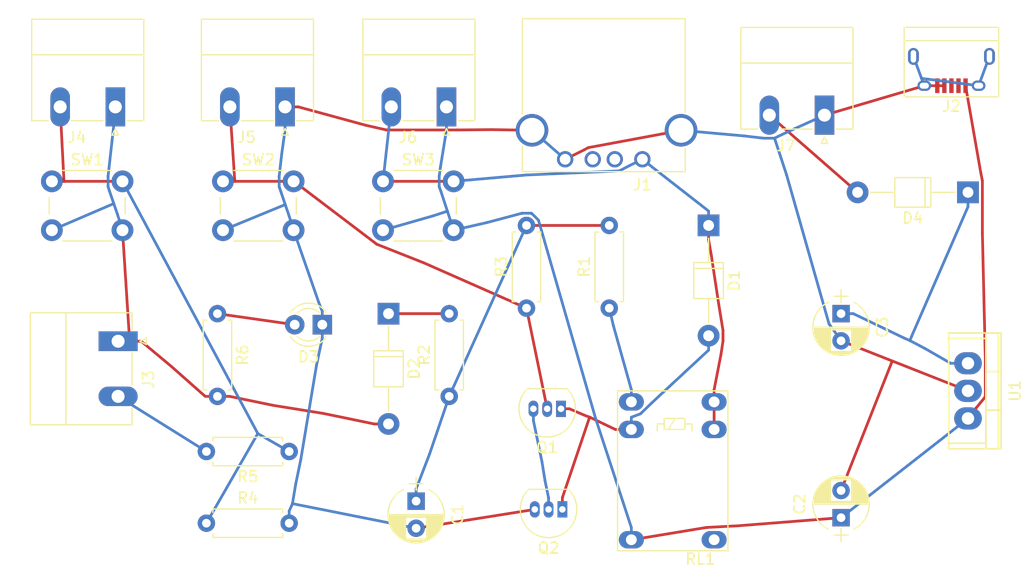
<source format=kicad_pcb>
(kicad_pcb (version 4) (host pcbnew 4.0.6)

  (general
    (links 58)
    (no_connects 0)
    (area 122.657618 39.047 217.229 91.753)
    (thickness 1.6)
    (drawings 0)
    (tracks 203)
    (zones 0)
    (modules 27)
    (nets 20)
  )

  (page A4)
  (layers
    (0 F.Cu signal)
    (31 B.Cu signal)
    (32 B.Adhes user)
    (33 F.Adhes user)
    (34 B.Paste user)
    (35 F.Paste user)
    (36 B.SilkS user)
    (37 F.SilkS user)
    (38 B.Mask user)
    (39 F.Mask user)
    (40 Dwgs.User user)
    (41 Cmts.User user)
    (42 Eco1.User user)
    (43 Eco2.User user)
    (44 Edge.Cuts user)
    (45 Margin user)
    (46 B.CrtYd user)
    (47 F.CrtYd user)
    (48 B.Fab user)
    (49 F.Fab user)
  )

  (setup
    (last_trace_width 0.25)
    (trace_clearance 0.2)
    (zone_clearance 0.508)
    (zone_45_only no)
    (trace_min 0.2)
    (segment_width 0.2)
    (edge_width 0.15)
    (via_size 0.6)
    (via_drill 0.4)
    (via_min_size 0.4)
    (via_min_drill 0.3)
    (uvia_size 0.3)
    (uvia_drill 0.1)
    (uvias_allowed no)
    (uvia_min_size 0.2)
    (uvia_min_drill 0.1)
    (pcb_text_width 0.3)
    (pcb_text_size 1.5 1.5)
    (mod_edge_width 0.15)
    (mod_text_size 1 1)
    (mod_text_width 0.15)
    (pad_size 1.524 1.524)
    (pad_drill 0.762)
    (pad_to_mask_clearance 0.2)
    (aux_axis_origin 0 0)
    (visible_elements FFFFFF7F)
    (pcbplotparams
      (layerselection 0x00030_80000001)
      (usegerberextensions false)
      (excludeedgelayer true)
      (linewidth 0.100000)
      (plotframeref false)
      (viasonmask false)
      (mode 1)
      (useauxorigin false)
      (hpglpennumber 1)
      (hpglpenspeed 20)
      (hpglpendiameter 15)
      (hpglpenoverlay 2)
      (psnegative false)
      (psa4output false)
      (plotreference true)
      (plotvalue true)
      (plotinvisibletext false)
      (padsonsilk false)
      (subtractmaskfromsilk false)
      (outputformat 1)
      (mirror false)
      (drillshape 1)
      (scaleselection 1)
      (outputdirectory ""))
  )

  (net 0 "")
  (net 1 "Net-(C1-Pad1)")
  (net 2 GND)
  (net 3 "Net-(C2-Pad1)")
  (net 4 "Net-(C3-Pad1)")
  (net 5 +5V)
  (net 6 "Net-(D1-Pad2)")
  (net 7 "Net-(D2-Pad1)")
  (net 8 "Net-(D2-Pad2)")
  (net 9 "Net-(D3-Pad2)")
  (net 10 "Net-(D4-Pad2)")
  (net 11 "Net-(J1-Pad3)")
  (net 12 "Net-(J1-Pad2)")
  (net 13 "Net-(J2-Pad2)")
  (net 14 "Net-(J2-Pad3)")
  (net 15 "Net-(J3-Pad2)")
  (net 16 "Net-(J4-Pad2)")
  (net 17 "Net-(J5-Pad2)")
  (net 18 "Net-(Q1-Pad3)")
  (net 19 "Net-(R1-Pad1)")

  (net_class Default "This is the default net class."
    (clearance 0.2)
    (trace_width 0.25)
    (via_dia 0.6)
    (via_drill 0.4)
    (uvia_dia 0.3)
    (uvia_drill 0.1)
    (add_net +5V)
    (add_net GND)
    (add_net "Net-(C1-Pad1)")
    (add_net "Net-(C2-Pad1)")
    (add_net "Net-(C3-Pad1)")
    (add_net "Net-(D1-Pad2)")
    (add_net "Net-(D2-Pad1)")
    (add_net "Net-(D2-Pad2)")
    (add_net "Net-(D3-Pad2)")
    (add_net "Net-(D4-Pad2)")
    (add_net "Net-(J1-Pad2)")
    (add_net "Net-(J1-Pad3)")
    (add_net "Net-(J2-Pad2)")
    (add_net "Net-(J2-Pad3)")
    (add_net "Net-(J3-Pad2)")
    (add_net "Net-(J4-Pad2)")
    (add_net "Net-(J5-Pad2)")
    (add_net "Net-(Q1-Pad3)")
    (add_net "Net-(R1-Pad1)")
  )

  (module Capacitors_THT:CP_Radial_D5.0mm_P2.50mm (layer F.Cu) (tedit 597BC7C2) (tstamp 5A91992C)
    (at 161.036 85.344 270)
    (descr "CP, Radial series, Radial, pin pitch=2.50mm, , diameter=5mm, Electrolytic Capacitor")
    (tags "CP Radial series Radial pin pitch 2.50mm  diameter 5mm Electrolytic Capacitor")
    (path /5A882512)
    (fp_text reference C1 (at 1.25 -3.81 270) (layer F.SilkS)
      (effects (font (size 1 1) (thickness 0.15)))
    )
    (fp_text value 220uF (at 1.25 3.81 270) (layer F.Fab)
      (effects (font (size 1 1) (thickness 0.15)))
    )
    (fp_arc (start 1.25 0) (end -1.05558 -1.18) (angle 125.8) (layer F.SilkS) (width 0.12))
    (fp_arc (start 1.25 0) (end -1.05558 1.18) (angle -125.8) (layer F.SilkS) (width 0.12))
    (fp_arc (start 1.25 0) (end 3.55558 -1.18) (angle 54.2) (layer F.SilkS) (width 0.12))
    (fp_circle (center 1.25 0) (end 3.75 0) (layer F.Fab) (width 0.1))
    (fp_line (start -2.2 0) (end -1 0) (layer F.Fab) (width 0.1))
    (fp_line (start -1.6 -0.65) (end -1.6 0.65) (layer F.Fab) (width 0.1))
    (fp_line (start 1.25 -2.55) (end 1.25 2.55) (layer F.SilkS) (width 0.12))
    (fp_line (start 1.29 -2.55) (end 1.29 2.55) (layer F.SilkS) (width 0.12))
    (fp_line (start 1.33 -2.549) (end 1.33 2.549) (layer F.SilkS) (width 0.12))
    (fp_line (start 1.37 -2.548) (end 1.37 2.548) (layer F.SilkS) (width 0.12))
    (fp_line (start 1.41 -2.546) (end 1.41 2.546) (layer F.SilkS) (width 0.12))
    (fp_line (start 1.45 -2.543) (end 1.45 2.543) (layer F.SilkS) (width 0.12))
    (fp_line (start 1.49 -2.539) (end 1.49 2.539) (layer F.SilkS) (width 0.12))
    (fp_line (start 1.53 -2.535) (end 1.53 -0.98) (layer F.SilkS) (width 0.12))
    (fp_line (start 1.53 0.98) (end 1.53 2.535) (layer F.SilkS) (width 0.12))
    (fp_line (start 1.57 -2.531) (end 1.57 -0.98) (layer F.SilkS) (width 0.12))
    (fp_line (start 1.57 0.98) (end 1.57 2.531) (layer F.SilkS) (width 0.12))
    (fp_line (start 1.61 -2.525) (end 1.61 -0.98) (layer F.SilkS) (width 0.12))
    (fp_line (start 1.61 0.98) (end 1.61 2.525) (layer F.SilkS) (width 0.12))
    (fp_line (start 1.65 -2.519) (end 1.65 -0.98) (layer F.SilkS) (width 0.12))
    (fp_line (start 1.65 0.98) (end 1.65 2.519) (layer F.SilkS) (width 0.12))
    (fp_line (start 1.69 -2.513) (end 1.69 -0.98) (layer F.SilkS) (width 0.12))
    (fp_line (start 1.69 0.98) (end 1.69 2.513) (layer F.SilkS) (width 0.12))
    (fp_line (start 1.73 -2.506) (end 1.73 -0.98) (layer F.SilkS) (width 0.12))
    (fp_line (start 1.73 0.98) (end 1.73 2.506) (layer F.SilkS) (width 0.12))
    (fp_line (start 1.77 -2.498) (end 1.77 -0.98) (layer F.SilkS) (width 0.12))
    (fp_line (start 1.77 0.98) (end 1.77 2.498) (layer F.SilkS) (width 0.12))
    (fp_line (start 1.81 -2.489) (end 1.81 -0.98) (layer F.SilkS) (width 0.12))
    (fp_line (start 1.81 0.98) (end 1.81 2.489) (layer F.SilkS) (width 0.12))
    (fp_line (start 1.85 -2.48) (end 1.85 -0.98) (layer F.SilkS) (width 0.12))
    (fp_line (start 1.85 0.98) (end 1.85 2.48) (layer F.SilkS) (width 0.12))
    (fp_line (start 1.89 -2.47) (end 1.89 -0.98) (layer F.SilkS) (width 0.12))
    (fp_line (start 1.89 0.98) (end 1.89 2.47) (layer F.SilkS) (width 0.12))
    (fp_line (start 1.93 -2.46) (end 1.93 -0.98) (layer F.SilkS) (width 0.12))
    (fp_line (start 1.93 0.98) (end 1.93 2.46) (layer F.SilkS) (width 0.12))
    (fp_line (start 1.971 -2.448) (end 1.971 -0.98) (layer F.SilkS) (width 0.12))
    (fp_line (start 1.971 0.98) (end 1.971 2.448) (layer F.SilkS) (width 0.12))
    (fp_line (start 2.011 -2.436) (end 2.011 -0.98) (layer F.SilkS) (width 0.12))
    (fp_line (start 2.011 0.98) (end 2.011 2.436) (layer F.SilkS) (width 0.12))
    (fp_line (start 2.051 -2.424) (end 2.051 -0.98) (layer F.SilkS) (width 0.12))
    (fp_line (start 2.051 0.98) (end 2.051 2.424) (layer F.SilkS) (width 0.12))
    (fp_line (start 2.091 -2.41) (end 2.091 -0.98) (layer F.SilkS) (width 0.12))
    (fp_line (start 2.091 0.98) (end 2.091 2.41) (layer F.SilkS) (width 0.12))
    (fp_line (start 2.131 -2.396) (end 2.131 -0.98) (layer F.SilkS) (width 0.12))
    (fp_line (start 2.131 0.98) (end 2.131 2.396) (layer F.SilkS) (width 0.12))
    (fp_line (start 2.171 -2.382) (end 2.171 -0.98) (layer F.SilkS) (width 0.12))
    (fp_line (start 2.171 0.98) (end 2.171 2.382) (layer F.SilkS) (width 0.12))
    (fp_line (start 2.211 -2.366) (end 2.211 -0.98) (layer F.SilkS) (width 0.12))
    (fp_line (start 2.211 0.98) (end 2.211 2.366) (layer F.SilkS) (width 0.12))
    (fp_line (start 2.251 -2.35) (end 2.251 -0.98) (layer F.SilkS) (width 0.12))
    (fp_line (start 2.251 0.98) (end 2.251 2.35) (layer F.SilkS) (width 0.12))
    (fp_line (start 2.291 -2.333) (end 2.291 -0.98) (layer F.SilkS) (width 0.12))
    (fp_line (start 2.291 0.98) (end 2.291 2.333) (layer F.SilkS) (width 0.12))
    (fp_line (start 2.331 -2.315) (end 2.331 -0.98) (layer F.SilkS) (width 0.12))
    (fp_line (start 2.331 0.98) (end 2.331 2.315) (layer F.SilkS) (width 0.12))
    (fp_line (start 2.371 -2.296) (end 2.371 -0.98) (layer F.SilkS) (width 0.12))
    (fp_line (start 2.371 0.98) (end 2.371 2.296) (layer F.SilkS) (width 0.12))
    (fp_line (start 2.411 -2.276) (end 2.411 -0.98) (layer F.SilkS) (width 0.12))
    (fp_line (start 2.411 0.98) (end 2.411 2.276) (layer F.SilkS) (width 0.12))
    (fp_line (start 2.451 -2.256) (end 2.451 -0.98) (layer F.SilkS) (width 0.12))
    (fp_line (start 2.451 0.98) (end 2.451 2.256) (layer F.SilkS) (width 0.12))
    (fp_line (start 2.491 -2.234) (end 2.491 -0.98) (layer F.SilkS) (width 0.12))
    (fp_line (start 2.491 0.98) (end 2.491 2.234) (layer F.SilkS) (width 0.12))
    (fp_line (start 2.531 -2.212) (end 2.531 -0.98) (layer F.SilkS) (width 0.12))
    (fp_line (start 2.531 0.98) (end 2.531 2.212) (layer F.SilkS) (width 0.12))
    (fp_line (start 2.571 -2.189) (end 2.571 -0.98) (layer F.SilkS) (width 0.12))
    (fp_line (start 2.571 0.98) (end 2.571 2.189) (layer F.SilkS) (width 0.12))
    (fp_line (start 2.611 -2.165) (end 2.611 -0.98) (layer F.SilkS) (width 0.12))
    (fp_line (start 2.611 0.98) (end 2.611 2.165) (layer F.SilkS) (width 0.12))
    (fp_line (start 2.651 -2.14) (end 2.651 -0.98) (layer F.SilkS) (width 0.12))
    (fp_line (start 2.651 0.98) (end 2.651 2.14) (layer F.SilkS) (width 0.12))
    (fp_line (start 2.691 -2.113) (end 2.691 -0.98) (layer F.SilkS) (width 0.12))
    (fp_line (start 2.691 0.98) (end 2.691 2.113) (layer F.SilkS) (width 0.12))
    (fp_line (start 2.731 -2.086) (end 2.731 -0.98) (layer F.SilkS) (width 0.12))
    (fp_line (start 2.731 0.98) (end 2.731 2.086) (layer F.SilkS) (width 0.12))
    (fp_line (start 2.771 -2.058) (end 2.771 -0.98) (layer F.SilkS) (width 0.12))
    (fp_line (start 2.771 0.98) (end 2.771 2.058) (layer F.SilkS) (width 0.12))
    (fp_line (start 2.811 -2.028) (end 2.811 -0.98) (layer F.SilkS) (width 0.12))
    (fp_line (start 2.811 0.98) (end 2.811 2.028) (layer F.SilkS) (width 0.12))
    (fp_line (start 2.851 -1.997) (end 2.851 -0.98) (layer F.SilkS) (width 0.12))
    (fp_line (start 2.851 0.98) (end 2.851 1.997) (layer F.SilkS) (width 0.12))
    (fp_line (start 2.891 -1.965) (end 2.891 -0.98) (layer F.SilkS) (width 0.12))
    (fp_line (start 2.891 0.98) (end 2.891 1.965) (layer F.SilkS) (width 0.12))
    (fp_line (start 2.931 -1.932) (end 2.931 -0.98) (layer F.SilkS) (width 0.12))
    (fp_line (start 2.931 0.98) (end 2.931 1.932) (layer F.SilkS) (width 0.12))
    (fp_line (start 2.971 -1.897) (end 2.971 -0.98) (layer F.SilkS) (width 0.12))
    (fp_line (start 2.971 0.98) (end 2.971 1.897) (layer F.SilkS) (width 0.12))
    (fp_line (start 3.011 -1.861) (end 3.011 -0.98) (layer F.SilkS) (width 0.12))
    (fp_line (start 3.011 0.98) (end 3.011 1.861) (layer F.SilkS) (width 0.12))
    (fp_line (start 3.051 -1.823) (end 3.051 -0.98) (layer F.SilkS) (width 0.12))
    (fp_line (start 3.051 0.98) (end 3.051 1.823) (layer F.SilkS) (width 0.12))
    (fp_line (start 3.091 -1.783) (end 3.091 -0.98) (layer F.SilkS) (width 0.12))
    (fp_line (start 3.091 0.98) (end 3.091 1.783) (layer F.SilkS) (width 0.12))
    (fp_line (start 3.131 -1.742) (end 3.131 -0.98) (layer F.SilkS) (width 0.12))
    (fp_line (start 3.131 0.98) (end 3.131 1.742) (layer F.SilkS) (width 0.12))
    (fp_line (start 3.171 -1.699) (end 3.171 -0.98) (layer F.SilkS) (width 0.12))
    (fp_line (start 3.171 0.98) (end 3.171 1.699) (layer F.SilkS) (width 0.12))
    (fp_line (start 3.211 -1.654) (end 3.211 -0.98) (layer F.SilkS) (width 0.12))
    (fp_line (start 3.211 0.98) (end 3.211 1.654) (layer F.SilkS) (width 0.12))
    (fp_line (start 3.251 -1.606) (end 3.251 -0.98) (layer F.SilkS) (width 0.12))
    (fp_line (start 3.251 0.98) (end 3.251 1.606) (layer F.SilkS) (width 0.12))
    (fp_line (start 3.291 -1.556) (end 3.291 -0.98) (layer F.SilkS) (width 0.12))
    (fp_line (start 3.291 0.98) (end 3.291 1.556) (layer F.SilkS) (width 0.12))
    (fp_line (start 3.331 -1.504) (end 3.331 -0.98) (layer F.SilkS) (width 0.12))
    (fp_line (start 3.331 0.98) (end 3.331 1.504) (layer F.SilkS) (width 0.12))
    (fp_line (start 3.371 -1.448) (end 3.371 -0.98) (layer F.SilkS) (width 0.12))
    (fp_line (start 3.371 0.98) (end 3.371 1.448) (layer F.SilkS) (width 0.12))
    (fp_line (start 3.411 -1.39) (end 3.411 -0.98) (layer F.SilkS) (width 0.12))
    (fp_line (start 3.411 0.98) (end 3.411 1.39) (layer F.SilkS) (width 0.12))
    (fp_line (start 3.451 -1.327) (end 3.451 -0.98) (layer F.SilkS) (width 0.12))
    (fp_line (start 3.451 0.98) (end 3.451 1.327) (layer F.SilkS) (width 0.12))
    (fp_line (start 3.491 -1.261) (end 3.491 1.261) (layer F.SilkS) (width 0.12))
    (fp_line (start 3.531 -1.189) (end 3.531 1.189) (layer F.SilkS) (width 0.12))
    (fp_line (start 3.571 -1.112) (end 3.571 1.112) (layer F.SilkS) (width 0.12))
    (fp_line (start 3.611 -1.028) (end 3.611 1.028) (layer F.SilkS) (width 0.12))
    (fp_line (start 3.651 -0.934) (end 3.651 0.934) (layer F.SilkS) (width 0.12))
    (fp_line (start 3.691 -0.829) (end 3.691 0.829) (layer F.SilkS) (width 0.12))
    (fp_line (start 3.731 -0.707) (end 3.731 0.707) (layer F.SilkS) (width 0.12))
    (fp_line (start 3.771 -0.559) (end 3.771 0.559) (layer F.SilkS) (width 0.12))
    (fp_line (start 3.811 -0.354) (end 3.811 0.354) (layer F.SilkS) (width 0.12))
    (fp_line (start -2.2 0) (end -1 0) (layer F.SilkS) (width 0.12))
    (fp_line (start -1.6 -0.65) (end -1.6 0.65) (layer F.SilkS) (width 0.12))
    (fp_line (start -1.6 -2.85) (end -1.6 2.85) (layer F.CrtYd) (width 0.05))
    (fp_line (start -1.6 2.85) (end 4.1 2.85) (layer F.CrtYd) (width 0.05))
    (fp_line (start 4.1 2.85) (end 4.1 -2.85) (layer F.CrtYd) (width 0.05))
    (fp_line (start 4.1 -2.85) (end -1.6 -2.85) (layer F.CrtYd) (width 0.05))
    (fp_text user %R (at 1.25 0 270) (layer F.Fab)
      (effects (font (size 1 1) (thickness 0.15)))
    )
    (pad 1 thru_hole rect (at 0 0 270) (size 1.6 1.6) (drill 0.8) (layers *.Cu *.Mask)
      (net 1 "Net-(C1-Pad1)"))
    (pad 2 thru_hole circle (at 2.5 0 270) (size 1.6 1.6) (drill 0.8) (layers *.Cu *.Mask)
      (net 2 GND))
    (model ${KISYS3DMOD}/Capacitors_THT.3dshapes/CP_Radial_D5.0mm_P2.50mm.wrl
      (at (xyz 0 0 0))
      (scale (xyz 1 1 1))
      (rotate (xyz 0 0 0))
    )
  )

  (module Capacitors_THT:CP_Radial_D5.0mm_P2.50mm (layer F.Cu) (tedit 597BC7C2) (tstamp 5A919932)
    (at 200.152 86.868 90)
    (descr "CP, Radial series, Radial, pin pitch=2.50mm, , diameter=5mm, Electrolytic Capacitor")
    (tags "CP Radial series Radial pin pitch 2.50mm  diameter 5mm Electrolytic Capacitor")
    (path /5A926459)
    (fp_text reference C2 (at 1.25 -3.81 90) (layer F.SilkS)
      (effects (font (size 1 1) (thickness 0.15)))
    )
    (fp_text value 1uF (at 1.25 3.81 90) (layer F.Fab)
      (effects (font (size 1 1) (thickness 0.15)))
    )
    (fp_arc (start 1.25 0) (end -1.05558 -1.18) (angle 125.8) (layer F.SilkS) (width 0.12))
    (fp_arc (start 1.25 0) (end -1.05558 1.18) (angle -125.8) (layer F.SilkS) (width 0.12))
    (fp_arc (start 1.25 0) (end 3.55558 -1.18) (angle 54.2) (layer F.SilkS) (width 0.12))
    (fp_circle (center 1.25 0) (end 3.75 0) (layer F.Fab) (width 0.1))
    (fp_line (start -2.2 0) (end -1 0) (layer F.Fab) (width 0.1))
    (fp_line (start -1.6 -0.65) (end -1.6 0.65) (layer F.Fab) (width 0.1))
    (fp_line (start 1.25 -2.55) (end 1.25 2.55) (layer F.SilkS) (width 0.12))
    (fp_line (start 1.29 -2.55) (end 1.29 2.55) (layer F.SilkS) (width 0.12))
    (fp_line (start 1.33 -2.549) (end 1.33 2.549) (layer F.SilkS) (width 0.12))
    (fp_line (start 1.37 -2.548) (end 1.37 2.548) (layer F.SilkS) (width 0.12))
    (fp_line (start 1.41 -2.546) (end 1.41 2.546) (layer F.SilkS) (width 0.12))
    (fp_line (start 1.45 -2.543) (end 1.45 2.543) (layer F.SilkS) (width 0.12))
    (fp_line (start 1.49 -2.539) (end 1.49 2.539) (layer F.SilkS) (width 0.12))
    (fp_line (start 1.53 -2.535) (end 1.53 -0.98) (layer F.SilkS) (width 0.12))
    (fp_line (start 1.53 0.98) (end 1.53 2.535) (layer F.SilkS) (width 0.12))
    (fp_line (start 1.57 -2.531) (end 1.57 -0.98) (layer F.SilkS) (width 0.12))
    (fp_line (start 1.57 0.98) (end 1.57 2.531) (layer F.SilkS) (width 0.12))
    (fp_line (start 1.61 -2.525) (end 1.61 -0.98) (layer F.SilkS) (width 0.12))
    (fp_line (start 1.61 0.98) (end 1.61 2.525) (layer F.SilkS) (width 0.12))
    (fp_line (start 1.65 -2.519) (end 1.65 -0.98) (layer F.SilkS) (width 0.12))
    (fp_line (start 1.65 0.98) (end 1.65 2.519) (layer F.SilkS) (width 0.12))
    (fp_line (start 1.69 -2.513) (end 1.69 -0.98) (layer F.SilkS) (width 0.12))
    (fp_line (start 1.69 0.98) (end 1.69 2.513) (layer F.SilkS) (width 0.12))
    (fp_line (start 1.73 -2.506) (end 1.73 -0.98) (layer F.SilkS) (width 0.12))
    (fp_line (start 1.73 0.98) (end 1.73 2.506) (layer F.SilkS) (width 0.12))
    (fp_line (start 1.77 -2.498) (end 1.77 -0.98) (layer F.SilkS) (width 0.12))
    (fp_line (start 1.77 0.98) (end 1.77 2.498) (layer F.SilkS) (width 0.12))
    (fp_line (start 1.81 -2.489) (end 1.81 -0.98) (layer F.SilkS) (width 0.12))
    (fp_line (start 1.81 0.98) (end 1.81 2.489) (layer F.SilkS) (width 0.12))
    (fp_line (start 1.85 -2.48) (end 1.85 -0.98) (layer F.SilkS) (width 0.12))
    (fp_line (start 1.85 0.98) (end 1.85 2.48) (layer F.SilkS) (width 0.12))
    (fp_line (start 1.89 -2.47) (end 1.89 -0.98) (layer F.SilkS) (width 0.12))
    (fp_line (start 1.89 0.98) (end 1.89 2.47) (layer F.SilkS) (width 0.12))
    (fp_line (start 1.93 -2.46) (end 1.93 -0.98) (layer F.SilkS) (width 0.12))
    (fp_line (start 1.93 0.98) (end 1.93 2.46) (layer F.SilkS) (width 0.12))
    (fp_line (start 1.971 -2.448) (end 1.971 -0.98) (layer F.SilkS) (width 0.12))
    (fp_line (start 1.971 0.98) (end 1.971 2.448) (layer F.SilkS) (width 0.12))
    (fp_line (start 2.011 -2.436) (end 2.011 -0.98) (layer F.SilkS) (width 0.12))
    (fp_line (start 2.011 0.98) (end 2.011 2.436) (layer F.SilkS) (width 0.12))
    (fp_line (start 2.051 -2.424) (end 2.051 -0.98) (layer F.SilkS) (width 0.12))
    (fp_line (start 2.051 0.98) (end 2.051 2.424) (layer F.SilkS) (width 0.12))
    (fp_line (start 2.091 -2.41) (end 2.091 -0.98) (layer F.SilkS) (width 0.12))
    (fp_line (start 2.091 0.98) (end 2.091 2.41) (layer F.SilkS) (width 0.12))
    (fp_line (start 2.131 -2.396) (end 2.131 -0.98) (layer F.SilkS) (width 0.12))
    (fp_line (start 2.131 0.98) (end 2.131 2.396) (layer F.SilkS) (width 0.12))
    (fp_line (start 2.171 -2.382) (end 2.171 -0.98) (layer F.SilkS) (width 0.12))
    (fp_line (start 2.171 0.98) (end 2.171 2.382) (layer F.SilkS) (width 0.12))
    (fp_line (start 2.211 -2.366) (end 2.211 -0.98) (layer F.SilkS) (width 0.12))
    (fp_line (start 2.211 0.98) (end 2.211 2.366) (layer F.SilkS) (width 0.12))
    (fp_line (start 2.251 -2.35) (end 2.251 -0.98) (layer F.SilkS) (width 0.12))
    (fp_line (start 2.251 0.98) (end 2.251 2.35) (layer F.SilkS) (width 0.12))
    (fp_line (start 2.291 -2.333) (end 2.291 -0.98) (layer F.SilkS) (width 0.12))
    (fp_line (start 2.291 0.98) (end 2.291 2.333) (layer F.SilkS) (width 0.12))
    (fp_line (start 2.331 -2.315) (end 2.331 -0.98) (layer F.SilkS) (width 0.12))
    (fp_line (start 2.331 0.98) (end 2.331 2.315) (layer F.SilkS) (width 0.12))
    (fp_line (start 2.371 -2.296) (end 2.371 -0.98) (layer F.SilkS) (width 0.12))
    (fp_line (start 2.371 0.98) (end 2.371 2.296) (layer F.SilkS) (width 0.12))
    (fp_line (start 2.411 -2.276) (end 2.411 -0.98) (layer F.SilkS) (width 0.12))
    (fp_line (start 2.411 0.98) (end 2.411 2.276) (layer F.SilkS) (width 0.12))
    (fp_line (start 2.451 -2.256) (end 2.451 -0.98) (layer F.SilkS) (width 0.12))
    (fp_line (start 2.451 0.98) (end 2.451 2.256) (layer F.SilkS) (width 0.12))
    (fp_line (start 2.491 -2.234) (end 2.491 -0.98) (layer F.SilkS) (width 0.12))
    (fp_line (start 2.491 0.98) (end 2.491 2.234) (layer F.SilkS) (width 0.12))
    (fp_line (start 2.531 -2.212) (end 2.531 -0.98) (layer F.SilkS) (width 0.12))
    (fp_line (start 2.531 0.98) (end 2.531 2.212) (layer F.SilkS) (width 0.12))
    (fp_line (start 2.571 -2.189) (end 2.571 -0.98) (layer F.SilkS) (width 0.12))
    (fp_line (start 2.571 0.98) (end 2.571 2.189) (layer F.SilkS) (width 0.12))
    (fp_line (start 2.611 -2.165) (end 2.611 -0.98) (layer F.SilkS) (width 0.12))
    (fp_line (start 2.611 0.98) (end 2.611 2.165) (layer F.SilkS) (width 0.12))
    (fp_line (start 2.651 -2.14) (end 2.651 -0.98) (layer F.SilkS) (width 0.12))
    (fp_line (start 2.651 0.98) (end 2.651 2.14) (layer F.SilkS) (width 0.12))
    (fp_line (start 2.691 -2.113) (end 2.691 -0.98) (layer F.SilkS) (width 0.12))
    (fp_line (start 2.691 0.98) (end 2.691 2.113) (layer F.SilkS) (width 0.12))
    (fp_line (start 2.731 -2.086) (end 2.731 -0.98) (layer F.SilkS) (width 0.12))
    (fp_line (start 2.731 0.98) (end 2.731 2.086) (layer F.SilkS) (width 0.12))
    (fp_line (start 2.771 -2.058) (end 2.771 -0.98) (layer F.SilkS) (width 0.12))
    (fp_line (start 2.771 0.98) (end 2.771 2.058) (layer F.SilkS) (width 0.12))
    (fp_line (start 2.811 -2.028) (end 2.811 -0.98) (layer F.SilkS) (width 0.12))
    (fp_line (start 2.811 0.98) (end 2.811 2.028) (layer F.SilkS) (width 0.12))
    (fp_line (start 2.851 -1.997) (end 2.851 -0.98) (layer F.SilkS) (width 0.12))
    (fp_line (start 2.851 0.98) (end 2.851 1.997) (layer F.SilkS) (width 0.12))
    (fp_line (start 2.891 -1.965) (end 2.891 -0.98) (layer F.SilkS) (width 0.12))
    (fp_line (start 2.891 0.98) (end 2.891 1.965) (layer F.SilkS) (width 0.12))
    (fp_line (start 2.931 -1.932) (end 2.931 -0.98) (layer F.SilkS) (width 0.12))
    (fp_line (start 2.931 0.98) (end 2.931 1.932) (layer F.SilkS) (width 0.12))
    (fp_line (start 2.971 -1.897) (end 2.971 -0.98) (layer F.SilkS) (width 0.12))
    (fp_line (start 2.971 0.98) (end 2.971 1.897) (layer F.SilkS) (width 0.12))
    (fp_line (start 3.011 -1.861) (end 3.011 -0.98) (layer F.SilkS) (width 0.12))
    (fp_line (start 3.011 0.98) (end 3.011 1.861) (layer F.SilkS) (width 0.12))
    (fp_line (start 3.051 -1.823) (end 3.051 -0.98) (layer F.SilkS) (width 0.12))
    (fp_line (start 3.051 0.98) (end 3.051 1.823) (layer F.SilkS) (width 0.12))
    (fp_line (start 3.091 -1.783) (end 3.091 -0.98) (layer F.SilkS) (width 0.12))
    (fp_line (start 3.091 0.98) (end 3.091 1.783) (layer F.SilkS) (width 0.12))
    (fp_line (start 3.131 -1.742) (end 3.131 -0.98) (layer F.SilkS) (width 0.12))
    (fp_line (start 3.131 0.98) (end 3.131 1.742) (layer F.SilkS) (width 0.12))
    (fp_line (start 3.171 -1.699) (end 3.171 -0.98) (layer F.SilkS) (width 0.12))
    (fp_line (start 3.171 0.98) (end 3.171 1.699) (layer F.SilkS) (width 0.12))
    (fp_line (start 3.211 -1.654) (end 3.211 -0.98) (layer F.SilkS) (width 0.12))
    (fp_line (start 3.211 0.98) (end 3.211 1.654) (layer F.SilkS) (width 0.12))
    (fp_line (start 3.251 -1.606) (end 3.251 -0.98) (layer F.SilkS) (width 0.12))
    (fp_line (start 3.251 0.98) (end 3.251 1.606) (layer F.SilkS) (width 0.12))
    (fp_line (start 3.291 -1.556) (end 3.291 -0.98) (layer F.SilkS) (width 0.12))
    (fp_line (start 3.291 0.98) (end 3.291 1.556) (layer F.SilkS) (width 0.12))
    (fp_line (start 3.331 -1.504) (end 3.331 -0.98) (layer F.SilkS) (width 0.12))
    (fp_line (start 3.331 0.98) (end 3.331 1.504) (layer F.SilkS) (width 0.12))
    (fp_line (start 3.371 -1.448) (end 3.371 -0.98) (layer F.SilkS) (width 0.12))
    (fp_line (start 3.371 0.98) (end 3.371 1.448) (layer F.SilkS) (width 0.12))
    (fp_line (start 3.411 -1.39) (end 3.411 -0.98) (layer F.SilkS) (width 0.12))
    (fp_line (start 3.411 0.98) (end 3.411 1.39) (layer F.SilkS) (width 0.12))
    (fp_line (start 3.451 -1.327) (end 3.451 -0.98) (layer F.SilkS) (width 0.12))
    (fp_line (start 3.451 0.98) (end 3.451 1.327) (layer F.SilkS) (width 0.12))
    (fp_line (start 3.491 -1.261) (end 3.491 1.261) (layer F.SilkS) (width 0.12))
    (fp_line (start 3.531 -1.189) (end 3.531 1.189) (layer F.SilkS) (width 0.12))
    (fp_line (start 3.571 -1.112) (end 3.571 1.112) (layer F.SilkS) (width 0.12))
    (fp_line (start 3.611 -1.028) (end 3.611 1.028) (layer F.SilkS) (width 0.12))
    (fp_line (start 3.651 -0.934) (end 3.651 0.934) (layer F.SilkS) (width 0.12))
    (fp_line (start 3.691 -0.829) (end 3.691 0.829) (layer F.SilkS) (width 0.12))
    (fp_line (start 3.731 -0.707) (end 3.731 0.707) (layer F.SilkS) (width 0.12))
    (fp_line (start 3.771 -0.559) (end 3.771 0.559) (layer F.SilkS) (width 0.12))
    (fp_line (start 3.811 -0.354) (end 3.811 0.354) (layer F.SilkS) (width 0.12))
    (fp_line (start -2.2 0) (end -1 0) (layer F.SilkS) (width 0.12))
    (fp_line (start -1.6 -0.65) (end -1.6 0.65) (layer F.SilkS) (width 0.12))
    (fp_line (start -1.6 -2.85) (end -1.6 2.85) (layer F.CrtYd) (width 0.05))
    (fp_line (start -1.6 2.85) (end 4.1 2.85) (layer F.CrtYd) (width 0.05))
    (fp_line (start 4.1 2.85) (end 4.1 -2.85) (layer F.CrtYd) (width 0.05))
    (fp_line (start 4.1 -2.85) (end -1.6 -2.85) (layer F.CrtYd) (width 0.05))
    (fp_text user %R (at 1.25 0 90) (layer F.Fab)
      (effects (font (size 1 1) (thickness 0.15)))
    )
    (pad 1 thru_hole rect (at 0 0 90) (size 1.6 1.6) (drill 0.8) (layers *.Cu *.Mask)
      (net 3 "Net-(C2-Pad1)"))
    (pad 2 thru_hole circle (at 2.5 0 90) (size 1.6 1.6) (drill 0.8) (layers *.Cu *.Mask)
      (net 2 GND))
    (model ${KISYS3DMOD}/Capacitors_THT.3dshapes/CP_Radial_D5.0mm_P2.50mm.wrl
      (at (xyz 0 0 0))
      (scale (xyz 1 1 1))
      (rotate (xyz 0 0 0))
    )
  )

  (module Capacitors_THT:CP_Radial_D5.0mm_P2.50mm (layer F.Cu) (tedit 597BC7C2) (tstamp 5A919938)
    (at 200.152 68.072 270)
    (descr "CP, Radial series, Radial, pin pitch=2.50mm, , diameter=5mm, Electrolytic Capacitor")
    (tags "CP Radial series Radial pin pitch 2.50mm  diameter 5mm Electrolytic Capacitor")
    (path /5A925630)
    (fp_text reference C3 (at 1.25 -3.81 270) (layer F.SilkS)
      (effects (font (size 1 1) (thickness 0.15)))
    )
    (fp_text value 470uF (at 1.25 3.81 270) (layer F.Fab)
      (effects (font (size 1 1) (thickness 0.15)))
    )
    (fp_arc (start 1.25 0) (end -1.05558 -1.18) (angle 125.8) (layer F.SilkS) (width 0.12))
    (fp_arc (start 1.25 0) (end -1.05558 1.18) (angle -125.8) (layer F.SilkS) (width 0.12))
    (fp_arc (start 1.25 0) (end 3.55558 -1.18) (angle 54.2) (layer F.SilkS) (width 0.12))
    (fp_circle (center 1.25 0) (end 3.75 0) (layer F.Fab) (width 0.1))
    (fp_line (start -2.2 0) (end -1 0) (layer F.Fab) (width 0.1))
    (fp_line (start -1.6 -0.65) (end -1.6 0.65) (layer F.Fab) (width 0.1))
    (fp_line (start 1.25 -2.55) (end 1.25 2.55) (layer F.SilkS) (width 0.12))
    (fp_line (start 1.29 -2.55) (end 1.29 2.55) (layer F.SilkS) (width 0.12))
    (fp_line (start 1.33 -2.549) (end 1.33 2.549) (layer F.SilkS) (width 0.12))
    (fp_line (start 1.37 -2.548) (end 1.37 2.548) (layer F.SilkS) (width 0.12))
    (fp_line (start 1.41 -2.546) (end 1.41 2.546) (layer F.SilkS) (width 0.12))
    (fp_line (start 1.45 -2.543) (end 1.45 2.543) (layer F.SilkS) (width 0.12))
    (fp_line (start 1.49 -2.539) (end 1.49 2.539) (layer F.SilkS) (width 0.12))
    (fp_line (start 1.53 -2.535) (end 1.53 -0.98) (layer F.SilkS) (width 0.12))
    (fp_line (start 1.53 0.98) (end 1.53 2.535) (layer F.SilkS) (width 0.12))
    (fp_line (start 1.57 -2.531) (end 1.57 -0.98) (layer F.SilkS) (width 0.12))
    (fp_line (start 1.57 0.98) (end 1.57 2.531) (layer F.SilkS) (width 0.12))
    (fp_line (start 1.61 -2.525) (end 1.61 -0.98) (layer F.SilkS) (width 0.12))
    (fp_line (start 1.61 0.98) (end 1.61 2.525) (layer F.SilkS) (width 0.12))
    (fp_line (start 1.65 -2.519) (end 1.65 -0.98) (layer F.SilkS) (width 0.12))
    (fp_line (start 1.65 0.98) (end 1.65 2.519) (layer F.SilkS) (width 0.12))
    (fp_line (start 1.69 -2.513) (end 1.69 -0.98) (layer F.SilkS) (width 0.12))
    (fp_line (start 1.69 0.98) (end 1.69 2.513) (layer F.SilkS) (width 0.12))
    (fp_line (start 1.73 -2.506) (end 1.73 -0.98) (layer F.SilkS) (width 0.12))
    (fp_line (start 1.73 0.98) (end 1.73 2.506) (layer F.SilkS) (width 0.12))
    (fp_line (start 1.77 -2.498) (end 1.77 -0.98) (layer F.SilkS) (width 0.12))
    (fp_line (start 1.77 0.98) (end 1.77 2.498) (layer F.SilkS) (width 0.12))
    (fp_line (start 1.81 -2.489) (end 1.81 -0.98) (layer F.SilkS) (width 0.12))
    (fp_line (start 1.81 0.98) (end 1.81 2.489) (layer F.SilkS) (width 0.12))
    (fp_line (start 1.85 -2.48) (end 1.85 -0.98) (layer F.SilkS) (width 0.12))
    (fp_line (start 1.85 0.98) (end 1.85 2.48) (layer F.SilkS) (width 0.12))
    (fp_line (start 1.89 -2.47) (end 1.89 -0.98) (layer F.SilkS) (width 0.12))
    (fp_line (start 1.89 0.98) (end 1.89 2.47) (layer F.SilkS) (width 0.12))
    (fp_line (start 1.93 -2.46) (end 1.93 -0.98) (layer F.SilkS) (width 0.12))
    (fp_line (start 1.93 0.98) (end 1.93 2.46) (layer F.SilkS) (width 0.12))
    (fp_line (start 1.971 -2.448) (end 1.971 -0.98) (layer F.SilkS) (width 0.12))
    (fp_line (start 1.971 0.98) (end 1.971 2.448) (layer F.SilkS) (width 0.12))
    (fp_line (start 2.011 -2.436) (end 2.011 -0.98) (layer F.SilkS) (width 0.12))
    (fp_line (start 2.011 0.98) (end 2.011 2.436) (layer F.SilkS) (width 0.12))
    (fp_line (start 2.051 -2.424) (end 2.051 -0.98) (layer F.SilkS) (width 0.12))
    (fp_line (start 2.051 0.98) (end 2.051 2.424) (layer F.SilkS) (width 0.12))
    (fp_line (start 2.091 -2.41) (end 2.091 -0.98) (layer F.SilkS) (width 0.12))
    (fp_line (start 2.091 0.98) (end 2.091 2.41) (layer F.SilkS) (width 0.12))
    (fp_line (start 2.131 -2.396) (end 2.131 -0.98) (layer F.SilkS) (width 0.12))
    (fp_line (start 2.131 0.98) (end 2.131 2.396) (layer F.SilkS) (width 0.12))
    (fp_line (start 2.171 -2.382) (end 2.171 -0.98) (layer F.SilkS) (width 0.12))
    (fp_line (start 2.171 0.98) (end 2.171 2.382) (layer F.SilkS) (width 0.12))
    (fp_line (start 2.211 -2.366) (end 2.211 -0.98) (layer F.SilkS) (width 0.12))
    (fp_line (start 2.211 0.98) (end 2.211 2.366) (layer F.SilkS) (width 0.12))
    (fp_line (start 2.251 -2.35) (end 2.251 -0.98) (layer F.SilkS) (width 0.12))
    (fp_line (start 2.251 0.98) (end 2.251 2.35) (layer F.SilkS) (width 0.12))
    (fp_line (start 2.291 -2.333) (end 2.291 -0.98) (layer F.SilkS) (width 0.12))
    (fp_line (start 2.291 0.98) (end 2.291 2.333) (layer F.SilkS) (width 0.12))
    (fp_line (start 2.331 -2.315) (end 2.331 -0.98) (layer F.SilkS) (width 0.12))
    (fp_line (start 2.331 0.98) (end 2.331 2.315) (layer F.SilkS) (width 0.12))
    (fp_line (start 2.371 -2.296) (end 2.371 -0.98) (layer F.SilkS) (width 0.12))
    (fp_line (start 2.371 0.98) (end 2.371 2.296) (layer F.SilkS) (width 0.12))
    (fp_line (start 2.411 -2.276) (end 2.411 -0.98) (layer F.SilkS) (width 0.12))
    (fp_line (start 2.411 0.98) (end 2.411 2.276) (layer F.SilkS) (width 0.12))
    (fp_line (start 2.451 -2.256) (end 2.451 -0.98) (layer F.SilkS) (width 0.12))
    (fp_line (start 2.451 0.98) (end 2.451 2.256) (layer F.SilkS) (width 0.12))
    (fp_line (start 2.491 -2.234) (end 2.491 -0.98) (layer F.SilkS) (width 0.12))
    (fp_line (start 2.491 0.98) (end 2.491 2.234) (layer F.SilkS) (width 0.12))
    (fp_line (start 2.531 -2.212) (end 2.531 -0.98) (layer F.SilkS) (width 0.12))
    (fp_line (start 2.531 0.98) (end 2.531 2.212) (layer F.SilkS) (width 0.12))
    (fp_line (start 2.571 -2.189) (end 2.571 -0.98) (layer F.SilkS) (width 0.12))
    (fp_line (start 2.571 0.98) (end 2.571 2.189) (layer F.SilkS) (width 0.12))
    (fp_line (start 2.611 -2.165) (end 2.611 -0.98) (layer F.SilkS) (width 0.12))
    (fp_line (start 2.611 0.98) (end 2.611 2.165) (layer F.SilkS) (width 0.12))
    (fp_line (start 2.651 -2.14) (end 2.651 -0.98) (layer F.SilkS) (width 0.12))
    (fp_line (start 2.651 0.98) (end 2.651 2.14) (layer F.SilkS) (width 0.12))
    (fp_line (start 2.691 -2.113) (end 2.691 -0.98) (layer F.SilkS) (width 0.12))
    (fp_line (start 2.691 0.98) (end 2.691 2.113) (layer F.SilkS) (width 0.12))
    (fp_line (start 2.731 -2.086) (end 2.731 -0.98) (layer F.SilkS) (width 0.12))
    (fp_line (start 2.731 0.98) (end 2.731 2.086) (layer F.SilkS) (width 0.12))
    (fp_line (start 2.771 -2.058) (end 2.771 -0.98) (layer F.SilkS) (width 0.12))
    (fp_line (start 2.771 0.98) (end 2.771 2.058) (layer F.SilkS) (width 0.12))
    (fp_line (start 2.811 -2.028) (end 2.811 -0.98) (layer F.SilkS) (width 0.12))
    (fp_line (start 2.811 0.98) (end 2.811 2.028) (layer F.SilkS) (width 0.12))
    (fp_line (start 2.851 -1.997) (end 2.851 -0.98) (layer F.SilkS) (width 0.12))
    (fp_line (start 2.851 0.98) (end 2.851 1.997) (layer F.SilkS) (width 0.12))
    (fp_line (start 2.891 -1.965) (end 2.891 -0.98) (layer F.SilkS) (width 0.12))
    (fp_line (start 2.891 0.98) (end 2.891 1.965) (layer F.SilkS) (width 0.12))
    (fp_line (start 2.931 -1.932) (end 2.931 -0.98) (layer F.SilkS) (width 0.12))
    (fp_line (start 2.931 0.98) (end 2.931 1.932) (layer F.SilkS) (width 0.12))
    (fp_line (start 2.971 -1.897) (end 2.971 -0.98) (layer F.SilkS) (width 0.12))
    (fp_line (start 2.971 0.98) (end 2.971 1.897) (layer F.SilkS) (width 0.12))
    (fp_line (start 3.011 -1.861) (end 3.011 -0.98) (layer F.SilkS) (width 0.12))
    (fp_line (start 3.011 0.98) (end 3.011 1.861) (layer F.SilkS) (width 0.12))
    (fp_line (start 3.051 -1.823) (end 3.051 -0.98) (layer F.SilkS) (width 0.12))
    (fp_line (start 3.051 0.98) (end 3.051 1.823) (layer F.SilkS) (width 0.12))
    (fp_line (start 3.091 -1.783) (end 3.091 -0.98) (layer F.SilkS) (width 0.12))
    (fp_line (start 3.091 0.98) (end 3.091 1.783) (layer F.SilkS) (width 0.12))
    (fp_line (start 3.131 -1.742) (end 3.131 -0.98) (layer F.SilkS) (width 0.12))
    (fp_line (start 3.131 0.98) (end 3.131 1.742) (layer F.SilkS) (width 0.12))
    (fp_line (start 3.171 -1.699) (end 3.171 -0.98) (layer F.SilkS) (width 0.12))
    (fp_line (start 3.171 0.98) (end 3.171 1.699) (layer F.SilkS) (width 0.12))
    (fp_line (start 3.211 -1.654) (end 3.211 -0.98) (layer F.SilkS) (width 0.12))
    (fp_line (start 3.211 0.98) (end 3.211 1.654) (layer F.SilkS) (width 0.12))
    (fp_line (start 3.251 -1.606) (end 3.251 -0.98) (layer F.SilkS) (width 0.12))
    (fp_line (start 3.251 0.98) (end 3.251 1.606) (layer F.SilkS) (width 0.12))
    (fp_line (start 3.291 -1.556) (end 3.291 -0.98) (layer F.SilkS) (width 0.12))
    (fp_line (start 3.291 0.98) (end 3.291 1.556) (layer F.SilkS) (width 0.12))
    (fp_line (start 3.331 -1.504) (end 3.331 -0.98) (layer F.SilkS) (width 0.12))
    (fp_line (start 3.331 0.98) (end 3.331 1.504) (layer F.SilkS) (width 0.12))
    (fp_line (start 3.371 -1.448) (end 3.371 -0.98) (layer F.SilkS) (width 0.12))
    (fp_line (start 3.371 0.98) (end 3.371 1.448) (layer F.SilkS) (width 0.12))
    (fp_line (start 3.411 -1.39) (end 3.411 -0.98) (layer F.SilkS) (width 0.12))
    (fp_line (start 3.411 0.98) (end 3.411 1.39) (layer F.SilkS) (width 0.12))
    (fp_line (start 3.451 -1.327) (end 3.451 -0.98) (layer F.SilkS) (width 0.12))
    (fp_line (start 3.451 0.98) (end 3.451 1.327) (layer F.SilkS) (width 0.12))
    (fp_line (start 3.491 -1.261) (end 3.491 1.261) (layer F.SilkS) (width 0.12))
    (fp_line (start 3.531 -1.189) (end 3.531 1.189) (layer F.SilkS) (width 0.12))
    (fp_line (start 3.571 -1.112) (end 3.571 1.112) (layer F.SilkS) (width 0.12))
    (fp_line (start 3.611 -1.028) (end 3.611 1.028) (layer F.SilkS) (width 0.12))
    (fp_line (start 3.651 -0.934) (end 3.651 0.934) (layer F.SilkS) (width 0.12))
    (fp_line (start 3.691 -0.829) (end 3.691 0.829) (layer F.SilkS) (width 0.12))
    (fp_line (start 3.731 -0.707) (end 3.731 0.707) (layer F.SilkS) (width 0.12))
    (fp_line (start 3.771 -0.559) (end 3.771 0.559) (layer F.SilkS) (width 0.12))
    (fp_line (start 3.811 -0.354) (end 3.811 0.354) (layer F.SilkS) (width 0.12))
    (fp_line (start -2.2 0) (end -1 0) (layer F.SilkS) (width 0.12))
    (fp_line (start -1.6 -0.65) (end -1.6 0.65) (layer F.SilkS) (width 0.12))
    (fp_line (start -1.6 -2.85) (end -1.6 2.85) (layer F.CrtYd) (width 0.05))
    (fp_line (start -1.6 2.85) (end 4.1 2.85) (layer F.CrtYd) (width 0.05))
    (fp_line (start 4.1 2.85) (end 4.1 -2.85) (layer F.CrtYd) (width 0.05))
    (fp_line (start 4.1 -2.85) (end -1.6 -2.85) (layer F.CrtYd) (width 0.05))
    (fp_text user %R (at 1.25 0 270) (layer F.Fab)
      (effects (font (size 1 1) (thickness 0.15)))
    )
    (pad 1 thru_hole rect (at 0 0 270) (size 1.6 1.6) (drill 0.8) (layers *.Cu *.Mask)
      (net 4 "Net-(C3-Pad1)"))
    (pad 2 thru_hole circle (at 2.5 0 270) (size 1.6 1.6) (drill 0.8) (layers *.Cu *.Mask)
      (net 2 GND))
    (model ${KISYS3DMOD}/Capacitors_THT.3dshapes/CP_Radial_D5.0mm_P2.50mm.wrl
      (at (xyz 0 0 0))
      (scale (xyz 1 1 1))
      (rotate (xyz 0 0 0))
    )
  )

  (module Diodes_THT:D_T-1_P10.16mm_Horizontal (layer F.Cu) (tedit 5921392F) (tstamp 5A91993E)
    (at 187.96 59.944 270)
    (descr "D, T-1 series, Axial, Horizontal, pin pitch=10.16mm, , length*diameter=3.2*2.6mm^2, , http://www.diodes.com/_files/packages/T-1.pdf")
    (tags "D T-1 series Axial Horizontal pin pitch 10.16mm  length 3.2mm diameter 2.6mm")
    (path /5A8825B3)
    (fp_text reference D1 (at 5.08 -2.36 270) (layer F.SilkS)
      (effects (font (size 1 1) (thickness 0.15)))
    )
    (fp_text value 1N4001 (at 5.08 2.36 270) (layer F.Fab)
      (effects (font (size 1 1) (thickness 0.15)))
    )
    (fp_text user %R (at 5.08 0 270) (layer F.Fab)
      (effects (font (size 1 1) (thickness 0.15)))
    )
    (fp_line (start 3.48 -1.3) (end 3.48 1.3) (layer F.Fab) (width 0.1))
    (fp_line (start 3.48 1.3) (end 6.68 1.3) (layer F.Fab) (width 0.1))
    (fp_line (start 6.68 1.3) (end 6.68 -1.3) (layer F.Fab) (width 0.1))
    (fp_line (start 6.68 -1.3) (end 3.48 -1.3) (layer F.Fab) (width 0.1))
    (fp_line (start 0 0) (end 3.48 0) (layer F.Fab) (width 0.1))
    (fp_line (start 10.16 0) (end 6.68 0) (layer F.Fab) (width 0.1))
    (fp_line (start 3.96 -1.3) (end 3.96 1.3) (layer F.Fab) (width 0.1))
    (fp_line (start 3.42 -1.36) (end 3.42 1.36) (layer F.SilkS) (width 0.12))
    (fp_line (start 3.42 1.36) (end 6.74 1.36) (layer F.SilkS) (width 0.12))
    (fp_line (start 6.74 1.36) (end 6.74 -1.36) (layer F.SilkS) (width 0.12))
    (fp_line (start 6.74 -1.36) (end 3.42 -1.36) (layer F.SilkS) (width 0.12))
    (fp_line (start 1.18 0) (end 3.42 0) (layer F.SilkS) (width 0.12))
    (fp_line (start 8.98 0) (end 6.74 0) (layer F.SilkS) (width 0.12))
    (fp_line (start 3.96 -1.36) (end 3.96 1.36) (layer F.SilkS) (width 0.12))
    (fp_line (start -1.25 -1.65) (end -1.25 1.65) (layer F.CrtYd) (width 0.05))
    (fp_line (start -1.25 1.65) (end 11.45 1.65) (layer F.CrtYd) (width 0.05))
    (fp_line (start 11.45 1.65) (end 11.45 -1.65) (layer F.CrtYd) (width 0.05))
    (fp_line (start 11.45 -1.65) (end -1.25 -1.65) (layer F.CrtYd) (width 0.05))
    (pad 1 thru_hole rect (at 0 0 270) (size 2 2) (drill 1) (layers *.Cu *.Mask)
      (net 5 +5V))
    (pad 2 thru_hole oval (at 10.16 0 270) (size 2 2) (drill 1) (layers *.Cu *.Mask)
      (net 6 "Net-(D1-Pad2)"))
    (model ${KISYS3DMOD}/Diodes_THT.3dshapes/D_T-1_P10.16mm_Horizontal.wrl
      (at (xyz 0 0 0))
      (scale (xyz 0.393701 0.393701 0.393701))
      (rotate (xyz 0 0 0))
    )
  )

  (module Diodes_THT:D_T-1_P10.16mm_Horizontal (layer F.Cu) (tedit 5921392F) (tstamp 5A919944)
    (at 158.496 68.072 270)
    (descr "D, T-1 series, Axial, Horizontal, pin pitch=10.16mm, , length*diameter=3.2*2.6mm^2, , http://www.diodes.com/_files/packages/T-1.pdf")
    (tags "D T-1 series Axial Horizontal pin pitch 10.16mm  length 3.2mm diameter 2.6mm")
    (path /5A889E78)
    (fp_text reference D2 (at 5.08 -2.36 270) (layer F.SilkS)
      (effects (font (size 1 1) (thickness 0.15)))
    )
    (fp_text value 1N4001 (at 5.08 2.36 270) (layer F.Fab)
      (effects (font (size 1 1) (thickness 0.15)))
    )
    (fp_text user %R (at 5.08 0 270) (layer F.Fab)
      (effects (font (size 1 1) (thickness 0.15)))
    )
    (fp_line (start 3.48 -1.3) (end 3.48 1.3) (layer F.Fab) (width 0.1))
    (fp_line (start 3.48 1.3) (end 6.68 1.3) (layer F.Fab) (width 0.1))
    (fp_line (start 6.68 1.3) (end 6.68 -1.3) (layer F.Fab) (width 0.1))
    (fp_line (start 6.68 -1.3) (end 3.48 -1.3) (layer F.Fab) (width 0.1))
    (fp_line (start 0 0) (end 3.48 0) (layer F.Fab) (width 0.1))
    (fp_line (start 10.16 0) (end 6.68 0) (layer F.Fab) (width 0.1))
    (fp_line (start 3.96 -1.3) (end 3.96 1.3) (layer F.Fab) (width 0.1))
    (fp_line (start 3.42 -1.36) (end 3.42 1.36) (layer F.SilkS) (width 0.12))
    (fp_line (start 3.42 1.36) (end 6.74 1.36) (layer F.SilkS) (width 0.12))
    (fp_line (start 6.74 1.36) (end 6.74 -1.36) (layer F.SilkS) (width 0.12))
    (fp_line (start 6.74 -1.36) (end 3.42 -1.36) (layer F.SilkS) (width 0.12))
    (fp_line (start 1.18 0) (end 3.42 0) (layer F.SilkS) (width 0.12))
    (fp_line (start 8.98 0) (end 6.74 0) (layer F.SilkS) (width 0.12))
    (fp_line (start 3.96 -1.36) (end 3.96 1.36) (layer F.SilkS) (width 0.12))
    (fp_line (start -1.25 -1.65) (end -1.25 1.65) (layer F.CrtYd) (width 0.05))
    (fp_line (start -1.25 1.65) (end 11.45 1.65) (layer F.CrtYd) (width 0.05))
    (fp_line (start 11.45 1.65) (end 11.45 -1.65) (layer F.CrtYd) (width 0.05))
    (fp_line (start 11.45 -1.65) (end -1.25 -1.65) (layer F.CrtYd) (width 0.05))
    (pad 1 thru_hole rect (at 0 0 270) (size 2 2) (drill 1) (layers *.Cu *.Mask)
      (net 7 "Net-(D2-Pad1)"))
    (pad 2 thru_hole oval (at 10.16 0 270) (size 2 2) (drill 1) (layers *.Cu *.Mask)
      (net 8 "Net-(D2-Pad2)"))
    (model ${KISYS3DMOD}/Diodes_THT.3dshapes/D_T-1_P10.16mm_Horizontal.wrl
      (at (xyz 0 0 0))
      (scale (xyz 0.393701 0.393701 0.393701))
      (rotate (xyz 0 0 0))
    )
  )

  (module LEDs:LED_D3.0mm (layer F.Cu) (tedit 587A3A7B) (tstamp 5A91994A)
    (at 152.4 69.088 180)
    (descr "LED, diameter 3.0mm, 2 pins")
    (tags "LED diameter 3.0mm 2 pins")
    (path /5A8821EF)
    (fp_text reference D3 (at 1.27 -2.96 180) (layer F.SilkS)
      (effects (font (size 1 1) (thickness 0.15)))
    )
    (fp_text value LED (at 1.27 2.96 180) (layer F.Fab)
      (effects (font (size 1 1) (thickness 0.15)))
    )
    (fp_arc (start 1.27 0) (end -0.23 -1.16619) (angle 284.3) (layer F.Fab) (width 0.1))
    (fp_arc (start 1.27 0) (end -0.29 -1.235516) (angle 108.8) (layer F.SilkS) (width 0.12))
    (fp_arc (start 1.27 0) (end -0.29 1.235516) (angle -108.8) (layer F.SilkS) (width 0.12))
    (fp_arc (start 1.27 0) (end 0.229039 -1.08) (angle 87.9) (layer F.SilkS) (width 0.12))
    (fp_arc (start 1.27 0) (end 0.229039 1.08) (angle -87.9) (layer F.SilkS) (width 0.12))
    (fp_circle (center 1.27 0) (end 2.77 0) (layer F.Fab) (width 0.1))
    (fp_line (start -0.23 -1.16619) (end -0.23 1.16619) (layer F.Fab) (width 0.1))
    (fp_line (start -0.29 -1.236) (end -0.29 -1.08) (layer F.SilkS) (width 0.12))
    (fp_line (start -0.29 1.08) (end -0.29 1.236) (layer F.SilkS) (width 0.12))
    (fp_line (start -1.15 -2.25) (end -1.15 2.25) (layer F.CrtYd) (width 0.05))
    (fp_line (start -1.15 2.25) (end 3.7 2.25) (layer F.CrtYd) (width 0.05))
    (fp_line (start 3.7 2.25) (end 3.7 -2.25) (layer F.CrtYd) (width 0.05))
    (fp_line (start 3.7 -2.25) (end -1.15 -2.25) (layer F.CrtYd) (width 0.05))
    (pad 1 thru_hole rect (at 0 0 180) (size 1.8 1.8) (drill 0.9) (layers *.Cu *.Mask)
      (net 2 GND))
    (pad 2 thru_hole circle (at 2.54 0 180) (size 1.8 1.8) (drill 0.9) (layers *.Cu *.Mask)
      (net 9 "Net-(D3-Pad2)"))
    (model ${KISYS3DMOD}/LEDs.3dshapes/LED_D3.0mm.wrl
      (at (xyz 0 0 0))
      (scale (xyz 0.393701 0.393701 0.393701))
      (rotate (xyz 0 0 0))
    )
  )

  (module Diodes_THT:D_T-1_P10.16mm_Horizontal (layer F.Cu) (tedit 5921392F) (tstamp 5A919950)
    (at 211.836 56.896 180)
    (descr "D, T-1 series, Axial, Horizontal, pin pitch=10.16mm, , length*diameter=3.2*2.6mm^2, , http://www.diodes.com/_files/packages/T-1.pdf")
    (tags "D T-1 series Axial Horizontal pin pitch 10.16mm  length 3.2mm diameter 2.6mm")
    (path /5A9249F7)
    (fp_text reference D4 (at 5.08 -2.36 180) (layer F.SilkS)
      (effects (font (size 1 1) (thickness 0.15)))
    )
    (fp_text value 1N4007 (at 5.08 2.36 180) (layer F.Fab)
      (effects (font (size 1 1) (thickness 0.15)))
    )
    (fp_text user %R (at 5.08 0 180) (layer F.Fab)
      (effects (font (size 1 1) (thickness 0.15)))
    )
    (fp_line (start 3.48 -1.3) (end 3.48 1.3) (layer F.Fab) (width 0.1))
    (fp_line (start 3.48 1.3) (end 6.68 1.3) (layer F.Fab) (width 0.1))
    (fp_line (start 6.68 1.3) (end 6.68 -1.3) (layer F.Fab) (width 0.1))
    (fp_line (start 6.68 -1.3) (end 3.48 -1.3) (layer F.Fab) (width 0.1))
    (fp_line (start 0 0) (end 3.48 0) (layer F.Fab) (width 0.1))
    (fp_line (start 10.16 0) (end 6.68 0) (layer F.Fab) (width 0.1))
    (fp_line (start 3.96 -1.3) (end 3.96 1.3) (layer F.Fab) (width 0.1))
    (fp_line (start 3.42 -1.36) (end 3.42 1.36) (layer F.SilkS) (width 0.12))
    (fp_line (start 3.42 1.36) (end 6.74 1.36) (layer F.SilkS) (width 0.12))
    (fp_line (start 6.74 1.36) (end 6.74 -1.36) (layer F.SilkS) (width 0.12))
    (fp_line (start 6.74 -1.36) (end 3.42 -1.36) (layer F.SilkS) (width 0.12))
    (fp_line (start 1.18 0) (end 3.42 0) (layer F.SilkS) (width 0.12))
    (fp_line (start 8.98 0) (end 6.74 0) (layer F.SilkS) (width 0.12))
    (fp_line (start 3.96 -1.36) (end 3.96 1.36) (layer F.SilkS) (width 0.12))
    (fp_line (start -1.25 -1.65) (end -1.25 1.65) (layer F.CrtYd) (width 0.05))
    (fp_line (start -1.25 1.65) (end 11.45 1.65) (layer F.CrtYd) (width 0.05))
    (fp_line (start 11.45 1.65) (end 11.45 -1.65) (layer F.CrtYd) (width 0.05))
    (fp_line (start 11.45 -1.65) (end -1.25 -1.65) (layer F.CrtYd) (width 0.05))
    (pad 1 thru_hole rect (at 0 0 180) (size 2 2) (drill 1) (layers *.Cu *.Mask)
      (net 4 "Net-(C3-Pad1)"))
    (pad 2 thru_hole oval (at 10.16 0 180) (size 2 2) (drill 1) (layers *.Cu *.Mask)
      (net 10 "Net-(D4-Pad2)"))
    (model ${KISYS3DMOD}/Diodes_THT.3dshapes/D_T-1_P10.16mm_Horizontal.wrl
      (at (xyz 0 0 0))
      (scale (xyz 0.393701 0.393701 0.393701))
      (rotate (xyz 0 0 0))
    )
  )

  (module Connectors:USB_A (layer F.Cu) (tedit 5543E289) (tstamp 5A91995A)
    (at 181.864 53.848 180)
    (descr "USB A connector")
    (tags "USB USB_A")
    (path /5A88A8D7)
    (fp_text reference J1 (at 0 -2.35 180) (layer F.SilkS)
      (effects (font (size 1 1) (thickness 0.15)))
    )
    (fp_text value USB_A (at 3.84 7.44 180) (layer F.Fab)
      (effects (font (size 1 1) (thickness 0.15)))
    )
    (fp_line (start -5.3 13.2) (end -5.3 -1.4) (layer F.CrtYd) (width 0.05))
    (fp_line (start 11.95 -1.4) (end 11.95 13.2) (layer F.CrtYd) (width 0.05))
    (fp_line (start -5.3 13.2) (end 11.95 13.2) (layer F.CrtYd) (width 0.05))
    (fp_line (start -5.3 -1.4) (end 11.95 -1.4) (layer F.CrtYd) (width 0.05))
    (fp_line (start 11.05 -1.14) (end 11.05 1.19) (layer F.SilkS) (width 0.12))
    (fp_line (start -3.94 -1.14) (end -3.94 0.98) (layer F.SilkS) (width 0.12))
    (fp_line (start 11.05 -1.14) (end -3.94 -1.14) (layer F.SilkS) (width 0.12))
    (fp_line (start 11.05 12.95) (end -3.94 12.95) (layer F.SilkS) (width 0.12))
    (fp_line (start 11.05 4.15) (end 11.05 12.95) (layer F.SilkS) (width 0.12))
    (fp_line (start -3.94 4.35) (end -3.94 12.95) (layer F.SilkS) (width 0.12))
    (pad 4 thru_hole circle (at 7.11 0 90) (size 1.5 1.5) (drill 1) (layers *.Cu *.Mask)
      (net 2 GND))
    (pad 3 thru_hole circle (at 4.57 0 90) (size 1.5 1.5) (drill 1) (layers *.Cu *.Mask)
      (net 11 "Net-(J1-Pad3)"))
    (pad 2 thru_hole circle (at 2.54 0 90) (size 1.5 1.5) (drill 1) (layers *.Cu *.Mask)
      (net 12 "Net-(J1-Pad2)"))
    (pad 1 thru_hole circle (at 0 0 90) (size 1.5 1.5) (drill 1) (layers *.Cu *.Mask)
      (net 5 +5V))
    (pad 5 thru_hole circle (at 10.16 2.67 90) (size 3 3) (drill 2.3) (layers *.Cu *.Mask)
      (net 2 GND))
    (pad 5 thru_hole circle (at -3.56 2.67 90) (size 3 3) (drill 2.3) (layers *.Cu *.Mask)
      (net 2 GND))
    (model ${KISYS3DMOD}/Connectors.3dshapes/USB_A.wrl
      (at (xyz 0.14 0 0))
      (scale (xyz 1 1 1))
      (rotate (xyz 0 0 90))
    )
  )

  (module Connectors:USB_Micro-B (layer F.Cu) (tedit 5543E447) (tstamp 5A919967)
    (at 210.312 45.72 180)
    (descr "Micro USB Type B Receptacle")
    (tags "USB USB_B USB_micro USB_OTG")
    (path /5A88B0F7)
    (attr smd)
    (fp_text reference J2 (at 0 -3.24 180) (layer F.SilkS)
      (effects (font (size 1 1) (thickness 0.15)))
    )
    (fp_text value USB_OTG (at 0 5.01 180) (layer F.Fab)
      (effects (font (size 1 1) (thickness 0.15)))
    )
    (fp_line (start -4.6 -2.59) (end 4.6 -2.59) (layer F.CrtYd) (width 0.05))
    (fp_line (start 4.6 -2.59) (end 4.6 4.26) (layer F.CrtYd) (width 0.05))
    (fp_line (start 4.6 4.26) (end -4.6 4.26) (layer F.CrtYd) (width 0.05))
    (fp_line (start -4.6 4.26) (end -4.6 -2.59) (layer F.CrtYd) (width 0.05))
    (fp_line (start -4.35 4.03) (end 4.35 4.03) (layer F.SilkS) (width 0.12))
    (fp_line (start -4.35 -2.38) (end 4.35 -2.38) (layer F.SilkS) (width 0.12))
    (fp_line (start 4.35 -2.38) (end 4.35 4.03) (layer F.SilkS) (width 0.12))
    (fp_line (start 4.35 2.8) (end -4.35 2.8) (layer F.SilkS) (width 0.12))
    (fp_line (start -4.35 4.03) (end -4.35 -2.38) (layer F.SilkS) (width 0.12))
    (pad 1 smd rect (at -1.3 -1.35 270) (size 1.35 0.4) (layers F.Cu F.Paste F.Mask)
      (net 3 "Net-(C2-Pad1)"))
    (pad 2 smd rect (at -0.65 -1.35 270) (size 1.35 0.4) (layers F.Cu F.Paste F.Mask)
      (net 13 "Net-(J2-Pad2)"))
    (pad 3 smd rect (at 0 -1.35 270) (size 1.35 0.4) (layers F.Cu F.Paste F.Mask)
      (net 14 "Net-(J2-Pad3)"))
    (pad 4 smd rect (at 0.65 -1.35 270) (size 1.35 0.4) (layers F.Cu F.Paste F.Mask)
      (net 2 GND))
    (pad 5 smd rect (at 1.3 -1.35 270) (size 1.35 0.4) (layers F.Cu F.Paste F.Mask)
      (net 2 GND))
    (pad 6 thru_hole oval (at -2.5 -1.35 270) (size 0.95 1.25) (drill oval 0.55 0.85) (layers *.Cu *.Mask)
      (net 2 GND))
    (pad 6 thru_hole oval (at 2.5 -1.35 270) (size 0.95 1.25) (drill oval 0.55 0.85) (layers *.Cu *.Mask)
      (net 2 GND))
    (pad 6 thru_hole oval (at -3.5 1.35 270) (size 1.55 1) (drill oval 1.15 0.5) (layers *.Cu *.Mask)
      (net 2 GND))
    (pad 6 thru_hole oval (at 3.5 1.35 270) (size 1.55 1) (drill oval 1.15 0.5) (layers *.Cu *.Mask)
      (net 2 GND))
  )

  (module Connectors_Phoenix:PhoenixContact_MC-G_02x5.08mm_Angled (layer F.Cu) (tedit 59566E61) (tstamp 5A91996D)
    (at 133.604 70.612 270)
    (descr "Generic Phoenix Contact connector footprint for series: MC-G; number of pins: 02; pin pitch: 5.08mm; Angled || order number: 1836189 8A 320V")
    (tags "phoenix_contact connector MC_01x02_G_5.08mm")
    (path /5A88AB7A)
    (fp_text reference J3 (at 3.54 -2.8 270) (layer F.SilkS)
      (effects (font (size 1 1) (thickness 0.15)))
    )
    (fp_text value Screw_Terminal_1x02 (at 2.54 9 270) (layer F.Fab)
      (effects (font (size 1 1) (thickness 0.15)))
    )
    (fp_line (start -2.62 -1.28) (end -2.62 8.08) (layer F.SilkS) (width 0.12))
    (fp_line (start -2.62 8.08) (end 7.7 8.08) (layer F.SilkS) (width 0.12))
    (fp_line (start 7.7 8.08) (end 7.7 -1.28) (layer F.SilkS) (width 0.12))
    (fp_line (start -2.62 -1.28) (end -1.05 -1.28) (layer F.SilkS) (width 0.12))
    (fp_line (start 7.7 -1.28) (end 6.13 -1.28) (layer F.SilkS) (width 0.12))
    (fp_line (start 1.05 -1.28) (end 4.03 -1.28) (layer F.SilkS) (width 0.12))
    (fp_line (start -2.54 -1.2) (end -2.54 8) (layer F.Fab) (width 0.1))
    (fp_line (start -2.54 8) (end 7.62 8) (layer F.Fab) (width 0.1))
    (fp_line (start 7.62 8) (end 7.62 -1.2) (layer F.Fab) (width 0.1))
    (fp_line (start 7.62 -1.2) (end -2.54 -1.2) (layer F.Fab) (width 0.1))
    (fp_line (start -2.62 4.8) (end 7.7 4.8) (layer F.SilkS) (width 0.12))
    (fp_line (start -3.12 -2.3) (end -3.12 8.5) (layer F.CrtYd) (width 0.05))
    (fp_line (start -3.12 8.5) (end 8.12 8.5) (layer F.CrtYd) (width 0.05))
    (fp_line (start 8.12 8.5) (end 8.12 -2.3) (layer F.CrtYd) (width 0.05))
    (fp_line (start 8.12 -2.3) (end -3.12 -2.3) (layer F.CrtYd) (width 0.05))
    (fp_line (start 0.3 -2.6) (end 0 -2) (layer F.SilkS) (width 0.12))
    (fp_line (start 0 -2) (end -0.3 -2.6) (layer F.SilkS) (width 0.12))
    (fp_line (start -0.3 -2.6) (end 0.3 -2.6) (layer F.SilkS) (width 0.12))
    (fp_line (start 0.8 -1.2) (end 0 0) (layer F.Fab) (width 0.1))
    (fp_line (start 0 0) (end -0.8 -1.2) (layer F.Fab) (width 0.1))
    (fp_text user %R (at 2.54 3 270) (layer F.Fab)
      (effects (font (size 1 1) (thickness 0.15)))
    )
    (pad 1 thru_hole rect (at 0 0 270) (size 1.8 3.6) (drill 1.2) (layers *.Cu *.Mask)
      (net 8 "Net-(D2-Pad2)"))
    (pad 2 thru_hole oval (at 5.08 0 270) (size 1.8 3.6) (drill 1.2) (layers *.Cu *.Mask)
      (net 15 "Net-(J3-Pad2)"))
    (model ${KISYS3DMOD}/Connectors_Phoenix.3dshapes/PhoenixContact_MC-G_02x5.08mm_Angled.wrl
      (at (xyz 0 0 0))
      (scale (xyz 1 1 1))
      (rotate (xyz 0 0 0))
    )
  )

  (module Connectors_Phoenix:PhoenixContact_MC-G_02x5.08mm_Angled (layer F.Cu) (tedit 59566E61) (tstamp 5A919973)
    (at 133.35 49.022 180)
    (descr "Generic Phoenix Contact connector footprint for series: MC-G; number of pins: 02; pin pitch: 5.08mm; Angled || order number: 1836189 8A 320V")
    (tags "phoenix_contact connector MC_01x02_G_5.08mm")
    (path /5A91C579)
    (fp_text reference J4 (at 3.54 -2.8 180) (layer F.SilkS)
      (effects (font (size 1 1) (thickness 0.15)))
    )
    (fp_text value Screw_Terminal_1x02 (at 2.54 9 180) (layer F.Fab)
      (effects (font (size 1 1) (thickness 0.15)))
    )
    (fp_line (start -2.62 -1.28) (end -2.62 8.08) (layer F.SilkS) (width 0.12))
    (fp_line (start -2.62 8.08) (end 7.7 8.08) (layer F.SilkS) (width 0.12))
    (fp_line (start 7.7 8.08) (end 7.7 -1.28) (layer F.SilkS) (width 0.12))
    (fp_line (start -2.62 -1.28) (end -1.05 -1.28) (layer F.SilkS) (width 0.12))
    (fp_line (start 7.7 -1.28) (end 6.13 -1.28) (layer F.SilkS) (width 0.12))
    (fp_line (start 1.05 -1.28) (end 4.03 -1.28) (layer F.SilkS) (width 0.12))
    (fp_line (start -2.54 -1.2) (end -2.54 8) (layer F.Fab) (width 0.1))
    (fp_line (start -2.54 8) (end 7.62 8) (layer F.Fab) (width 0.1))
    (fp_line (start 7.62 8) (end 7.62 -1.2) (layer F.Fab) (width 0.1))
    (fp_line (start 7.62 -1.2) (end -2.54 -1.2) (layer F.Fab) (width 0.1))
    (fp_line (start -2.62 4.8) (end 7.7 4.8) (layer F.SilkS) (width 0.12))
    (fp_line (start -3.12 -2.3) (end -3.12 8.5) (layer F.CrtYd) (width 0.05))
    (fp_line (start -3.12 8.5) (end 8.12 8.5) (layer F.CrtYd) (width 0.05))
    (fp_line (start 8.12 8.5) (end 8.12 -2.3) (layer F.CrtYd) (width 0.05))
    (fp_line (start 8.12 -2.3) (end -3.12 -2.3) (layer F.CrtYd) (width 0.05))
    (fp_line (start 0.3 -2.6) (end 0 -2) (layer F.SilkS) (width 0.12))
    (fp_line (start 0 -2) (end -0.3 -2.6) (layer F.SilkS) (width 0.12))
    (fp_line (start -0.3 -2.6) (end 0.3 -2.6) (layer F.SilkS) (width 0.12))
    (fp_line (start 0.8 -1.2) (end 0 0) (layer F.Fab) (width 0.1))
    (fp_line (start 0 0) (end -0.8 -1.2) (layer F.Fab) (width 0.1))
    (fp_text user %R (at 2.54 3 180) (layer F.Fab)
      (effects (font (size 1 1) (thickness 0.15)))
    )
    (pad 1 thru_hole rect (at 0 0 180) (size 1.8 3.6) (drill 1.2) (layers *.Cu *.Mask)
      (net 8 "Net-(D2-Pad2)"))
    (pad 2 thru_hole oval (at 5.08 0 180) (size 1.8 3.6) (drill 1.2) (layers *.Cu *.Mask)
      (net 16 "Net-(J4-Pad2)"))
    (model ${KISYS3DMOD}/Connectors_Phoenix.3dshapes/PhoenixContact_MC-G_02x5.08mm_Angled.wrl
      (at (xyz 0 0 0))
      (scale (xyz 1 1 1))
      (rotate (xyz 0 0 0))
    )
  )

  (module Connectors_Phoenix:PhoenixContact_MC-G_02x5.08mm_Angled (layer F.Cu) (tedit 59566E61) (tstamp 5A919979)
    (at 148.971 49.022 180)
    (descr "Generic Phoenix Contact connector footprint for series: MC-G; number of pins: 02; pin pitch: 5.08mm; Angled || order number: 1836189 8A 320V")
    (tags "phoenix_contact connector MC_01x02_G_5.08mm")
    (path /5A91C878)
    (fp_text reference J5 (at 3.54 -2.8 180) (layer F.SilkS)
      (effects (font (size 1 1) (thickness 0.15)))
    )
    (fp_text value Screw_Terminal_1x02 (at 2.54 9 180) (layer F.Fab)
      (effects (font (size 1 1) (thickness 0.15)))
    )
    (fp_line (start -2.62 -1.28) (end -2.62 8.08) (layer F.SilkS) (width 0.12))
    (fp_line (start -2.62 8.08) (end 7.7 8.08) (layer F.SilkS) (width 0.12))
    (fp_line (start 7.7 8.08) (end 7.7 -1.28) (layer F.SilkS) (width 0.12))
    (fp_line (start -2.62 -1.28) (end -1.05 -1.28) (layer F.SilkS) (width 0.12))
    (fp_line (start 7.7 -1.28) (end 6.13 -1.28) (layer F.SilkS) (width 0.12))
    (fp_line (start 1.05 -1.28) (end 4.03 -1.28) (layer F.SilkS) (width 0.12))
    (fp_line (start -2.54 -1.2) (end -2.54 8) (layer F.Fab) (width 0.1))
    (fp_line (start -2.54 8) (end 7.62 8) (layer F.Fab) (width 0.1))
    (fp_line (start 7.62 8) (end 7.62 -1.2) (layer F.Fab) (width 0.1))
    (fp_line (start 7.62 -1.2) (end -2.54 -1.2) (layer F.Fab) (width 0.1))
    (fp_line (start -2.62 4.8) (end 7.7 4.8) (layer F.SilkS) (width 0.12))
    (fp_line (start -3.12 -2.3) (end -3.12 8.5) (layer F.CrtYd) (width 0.05))
    (fp_line (start -3.12 8.5) (end 8.12 8.5) (layer F.CrtYd) (width 0.05))
    (fp_line (start 8.12 8.5) (end 8.12 -2.3) (layer F.CrtYd) (width 0.05))
    (fp_line (start 8.12 -2.3) (end -3.12 -2.3) (layer F.CrtYd) (width 0.05))
    (fp_line (start 0.3 -2.6) (end 0 -2) (layer F.SilkS) (width 0.12))
    (fp_line (start 0 -2) (end -0.3 -2.6) (layer F.SilkS) (width 0.12))
    (fp_line (start -0.3 -2.6) (end 0.3 -2.6) (layer F.SilkS) (width 0.12))
    (fp_line (start 0.8 -1.2) (end 0 0) (layer F.Fab) (width 0.1))
    (fp_line (start 0 0) (end -0.8 -1.2) (layer F.Fab) (width 0.1))
    (fp_text user %R (at 2.54 3 180) (layer F.Fab)
      (effects (font (size 1 1) (thickness 0.15)))
    )
    (pad 1 thru_hole rect (at 0 0 180) (size 1.8 3.6) (drill 1.2) (layers *.Cu *.Mask)
      (net 2 GND))
    (pad 2 thru_hole oval (at 5.08 0 180) (size 1.8 3.6) (drill 1.2) (layers *.Cu *.Mask)
      (net 17 "Net-(J5-Pad2)"))
    (model ${KISYS3DMOD}/Connectors_Phoenix.3dshapes/PhoenixContact_MC-G_02x5.08mm_Angled.wrl
      (at (xyz 0 0 0))
      (scale (xyz 1 1 1))
      (rotate (xyz 0 0 0))
    )
  )

  (module Connectors_Phoenix:PhoenixContact_MC-G_02x5.08mm_Angled (layer F.Cu) (tedit 59566E61) (tstamp 5A91997F)
    (at 163.83 49.022 180)
    (descr "Generic Phoenix Contact connector footprint for series: MC-G; number of pins: 02; pin pitch: 5.08mm; Angled || order number: 1836189 8A 320V")
    (tags "phoenix_contact connector MC_01x02_G_5.08mm")
    (path /5A91CB59)
    (fp_text reference J6 (at 3.54 -2.8 180) (layer F.SilkS)
      (effects (font (size 1 1) (thickness 0.15)))
    )
    (fp_text value Screw_Terminal_1x02 (at 2.54 9 180) (layer F.Fab)
      (effects (font (size 1 1) (thickness 0.15)))
    )
    (fp_line (start -2.62 -1.28) (end -2.62 8.08) (layer F.SilkS) (width 0.12))
    (fp_line (start -2.62 8.08) (end 7.7 8.08) (layer F.SilkS) (width 0.12))
    (fp_line (start 7.7 8.08) (end 7.7 -1.28) (layer F.SilkS) (width 0.12))
    (fp_line (start -2.62 -1.28) (end -1.05 -1.28) (layer F.SilkS) (width 0.12))
    (fp_line (start 7.7 -1.28) (end 6.13 -1.28) (layer F.SilkS) (width 0.12))
    (fp_line (start 1.05 -1.28) (end 4.03 -1.28) (layer F.SilkS) (width 0.12))
    (fp_line (start -2.54 -1.2) (end -2.54 8) (layer F.Fab) (width 0.1))
    (fp_line (start -2.54 8) (end 7.62 8) (layer F.Fab) (width 0.1))
    (fp_line (start 7.62 8) (end 7.62 -1.2) (layer F.Fab) (width 0.1))
    (fp_line (start 7.62 -1.2) (end -2.54 -1.2) (layer F.Fab) (width 0.1))
    (fp_line (start -2.62 4.8) (end 7.7 4.8) (layer F.SilkS) (width 0.12))
    (fp_line (start -3.12 -2.3) (end -3.12 8.5) (layer F.CrtYd) (width 0.05))
    (fp_line (start -3.12 8.5) (end 8.12 8.5) (layer F.CrtYd) (width 0.05))
    (fp_line (start 8.12 8.5) (end 8.12 -2.3) (layer F.CrtYd) (width 0.05))
    (fp_line (start 8.12 -2.3) (end -3.12 -2.3) (layer F.CrtYd) (width 0.05))
    (fp_line (start 0.3 -2.6) (end 0 -2) (layer F.SilkS) (width 0.12))
    (fp_line (start 0 -2) (end -0.3 -2.6) (layer F.SilkS) (width 0.12))
    (fp_line (start -0.3 -2.6) (end 0.3 -2.6) (layer F.SilkS) (width 0.12))
    (fp_line (start 0.8 -1.2) (end 0 0) (layer F.Fab) (width 0.1))
    (fp_line (start 0 0) (end -0.8 -1.2) (layer F.Fab) (width 0.1))
    (fp_text user %R (at 2.54 3 180) (layer F.Fab)
      (effects (font (size 1 1) (thickness 0.15)))
    )
    (pad 1 thru_hole rect (at 0 0 180) (size 1.8 3.6) (drill 1.2) (layers *.Cu *.Mask)
      (net 3 "Net-(C2-Pad1)"))
    (pad 2 thru_hole oval (at 5.08 0 180) (size 1.8 3.6) (drill 1.2) (layers *.Cu *.Mask)
      (net 5 +5V))
    (model ${KISYS3DMOD}/Connectors_Phoenix.3dshapes/PhoenixContact_MC-G_02x5.08mm_Angled.wrl
      (at (xyz 0 0 0))
      (scale (xyz 1 1 1))
      (rotate (xyz 0 0 0))
    )
  )

  (module Connectors_Phoenix:PhoenixContact_MC-G_02x5.08mm_Angled (layer F.Cu) (tedit 59566E61) (tstamp 5A919985)
    (at 198.628 49.784 180)
    (descr "Generic Phoenix Contact connector footprint for series: MC-G; number of pins: 02; pin pitch: 5.08mm; Angled || order number: 1836189 8A 320V")
    (tags "phoenix_contact connector MC_01x02_G_5.08mm")
    (path /5A921BCE)
    (fp_text reference J7 (at 3.54 -2.8 180) (layer F.SilkS)
      (effects (font (size 1 1) (thickness 0.15)))
    )
    (fp_text value Screw_Terminal_1x02 (at 2.54 9 180) (layer F.Fab)
      (effects (font (size 1 1) (thickness 0.15)))
    )
    (fp_line (start -2.62 -1.28) (end -2.62 8.08) (layer F.SilkS) (width 0.12))
    (fp_line (start -2.62 8.08) (end 7.7 8.08) (layer F.SilkS) (width 0.12))
    (fp_line (start 7.7 8.08) (end 7.7 -1.28) (layer F.SilkS) (width 0.12))
    (fp_line (start -2.62 -1.28) (end -1.05 -1.28) (layer F.SilkS) (width 0.12))
    (fp_line (start 7.7 -1.28) (end 6.13 -1.28) (layer F.SilkS) (width 0.12))
    (fp_line (start 1.05 -1.28) (end 4.03 -1.28) (layer F.SilkS) (width 0.12))
    (fp_line (start -2.54 -1.2) (end -2.54 8) (layer F.Fab) (width 0.1))
    (fp_line (start -2.54 8) (end 7.62 8) (layer F.Fab) (width 0.1))
    (fp_line (start 7.62 8) (end 7.62 -1.2) (layer F.Fab) (width 0.1))
    (fp_line (start 7.62 -1.2) (end -2.54 -1.2) (layer F.Fab) (width 0.1))
    (fp_line (start -2.62 4.8) (end 7.7 4.8) (layer F.SilkS) (width 0.12))
    (fp_line (start -3.12 -2.3) (end -3.12 8.5) (layer F.CrtYd) (width 0.05))
    (fp_line (start -3.12 8.5) (end 8.12 8.5) (layer F.CrtYd) (width 0.05))
    (fp_line (start 8.12 8.5) (end 8.12 -2.3) (layer F.CrtYd) (width 0.05))
    (fp_line (start 8.12 -2.3) (end -3.12 -2.3) (layer F.CrtYd) (width 0.05))
    (fp_line (start 0.3 -2.6) (end 0 -2) (layer F.SilkS) (width 0.12))
    (fp_line (start 0 -2) (end -0.3 -2.6) (layer F.SilkS) (width 0.12))
    (fp_line (start -0.3 -2.6) (end 0.3 -2.6) (layer F.SilkS) (width 0.12))
    (fp_line (start 0.8 -1.2) (end 0 0) (layer F.Fab) (width 0.1))
    (fp_line (start 0 0) (end -0.8 -1.2) (layer F.Fab) (width 0.1))
    (fp_text user %R (at 2.54 3 180) (layer F.Fab)
      (effects (font (size 1 1) (thickness 0.15)))
    )
    (pad 1 thru_hole rect (at 0 0 180) (size 1.8 3.6) (drill 1.2) (layers *.Cu *.Mask)
      (net 2 GND))
    (pad 2 thru_hole oval (at 5.08 0 180) (size 1.8 3.6) (drill 1.2) (layers *.Cu *.Mask)
      (net 10 "Net-(D4-Pad2)"))
    (model ${KISYS3DMOD}/Connectors_Phoenix.3dshapes/PhoenixContact_MC-G_02x5.08mm_Angled.wrl
      (at (xyz 0 0 0))
      (scale (xyz 1 1 1))
      (rotate (xyz 0 0 0))
    )
  )

  (module TO_SOT_Packages_THT:TO-92_Inline_Narrow_Oval (layer F.Cu) (tedit 58CE52AF) (tstamp 5A91998C)
    (at 174.371 76.835 180)
    (descr "TO-92 leads in-line, narrow, oval pads, drill 0.6mm (see NXP sot054_po.pdf)")
    (tags "to-92 sc-43 sc-43a sot54 PA33 transistor")
    (path /5A888D8C)
    (fp_text reference Q1 (at 1.27 -3.56 180) (layer F.SilkS)
      (effects (font (size 1 1) (thickness 0.15)))
    )
    (fp_text value BC548 (at 1.27 2.79 180) (layer F.Fab)
      (effects (font (size 1 1) (thickness 0.15)))
    )
    (fp_text user %R (at 1.27 -3.56 180) (layer F.Fab)
      (effects (font (size 1 1) (thickness 0.15)))
    )
    (fp_line (start -0.53 1.85) (end 3.07 1.85) (layer F.SilkS) (width 0.12))
    (fp_line (start -0.5 1.75) (end 3 1.75) (layer F.Fab) (width 0.1))
    (fp_line (start -1.46 -2.73) (end 4 -2.73) (layer F.CrtYd) (width 0.05))
    (fp_line (start -1.46 -2.73) (end -1.46 2.01) (layer F.CrtYd) (width 0.05))
    (fp_line (start 4 2.01) (end 4 -2.73) (layer F.CrtYd) (width 0.05))
    (fp_line (start 4 2.01) (end -1.46 2.01) (layer F.CrtYd) (width 0.05))
    (fp_arc (start 1.27 0) (end 1.27 -2.48) (angle 135) (layer F.Fab) (width 0.1))
    (fp_arc (start 1.27 0) (end 1.27 -2.6) (angle -135) (layer F.SilkS) (width 0.12))
    (fp_arc (start 1.27 0) (end 1.27 -2.48) (angle -135) (layer F.Fab) (width 0.1))
    (fp_arc (start 1.27 0) (end 1.27 -2.6) (angle 135) (layer F.SilkS) (width 0.12))
    (pad 2 thru_hole oval (at 1.27 0) (size 0.9 1.5) (drill 0.6) (layers *.Cu *.Mask)
      (net 17 "Net-(J5-Pad2)"))
    (pad 3 thru_hole oval (at 2.54 0) (size 0.9 1.5) (drill 0.6) (layers *.Cu *.Mask)
      (net 18 "Net-(Q1-Pad3)"))
    (pad 1 thru_hole rect (at 0 0) (size 0.9 1.5) (drill 0.6) (layers *.Cu *.Mask)
      (net 6 "Net-(D1-Pad2)"))
    (model ${KISYS3DMOD}/TO_SOT_Packages_THT.3dshapes/TO-92_Inline_Narrow_Oval.wrl
      (at (xyz 0.05 0 0))
      (scale (xyz 1 1 1))
      (rotate (xyz 0 0 -90))
    )
  )

  (module TO_SOT_Packages_THT:TO-92_Inline_Narrow_Oval (layer F.Cu) (tedit 58CE52AF) (tstamp 5A919993)
    (at 174.498 86.106 180)
    (descr "TO-92 leads in-line, narrow, oval pads, drill 0.6mm (see NXP sot054_po.pdf)")
    (tags "to-92 sc-43 sc-43a sot54 PA33 transistor")
    (path /5A888E59)
    (fp_text reference Q2 (at 1.27 -3.56 180) (layer F.SilkS)
      (effects (font (size 1 1) (thickness 0.15)))
    )
    (fp_text value BC548 (at 1.27 2.79 180) (layer F.Fab)
      (effects (font (size 1 1) (thickness 0.15)))
    )
    (fp_text user %R (at 1.27 -3.56 180) (layer F.Fab)
      (effects (font (size 1 1) (thickness 0.15)))
    )
    (fp_line (start -0.53 1.85) (end 3.07 1.85) (layer F.SilkS) (width 0.12))
    (fp_line (start -0.5 1.75) (end 3 1.75) (layer F.Fab) (width 0.1))
    (fp_line (start -1.46 -2.73) (end 4 -2.73) (layer F.CrtYd) (width 0.05))
    (fp_line (start -1.46 -2.73) (end -1.46 2.01) (layer F.CrtYd) (width 0.05))
    (fp_line (start 4 2.01) (end 4 -2.73) (layer F.CrtYd) (width 0.05))
    (fp_line (start 4 2.01) (end -1.46 2.01) (layer F.CrtYd) (width 0.05))
    (fp_arc (start 1.27 0) (end 1.27 -2.48) (angle 135) (layer F.Fab) (width 0.1))
    (fp_arc (start 1.27 0) (end 1.27 -2.6) (angle -135) (layer F.SilkS) (width 0.12))
    (fp_arc (start 1.27 0) (end 1.27 -2.48) (angle -135) (layer F.Fab) (width 0.1))
    (fp_arc (start 1.27 0) (end 1.27 -2.6) (angle 135) (layer F.SilkS) (width 0.12))
    (pad 2 thru_hole oval (at 1.27 0) (size 0.9 1.5) (drill 0.6) (layers *.Cu *.Mask)
      (net 18 "Net-(Q1-Pad3)"))
    (pad 3 thru_hole oval (at 2.54 0) (size 0.9 1.5) (drill 0.6) (layers *.Cu *.Mask)
      (net 2 GND))
    (pad 1 thru_hole rect (at 0 0) (size 0.9 1.5) (drill 0.6) (layers *.Cu *.Mask)
      (net 6 "Net-(D1-Pad2)"))
    (model ${KISYS3DMOD}/TO_SOT_Packages_THT.3dshapes/TO-92_Inline_Narrow_Oval.wrl
      (at (xyz 0.05 0 0))
      (scale (xyz 1 1 1))
      (rotate (xyz 0 0 -90))
    )
  )

  (module Resistors_THT:R_Axial_DIN0207_L6.3mm_D2.5mm_P7.62mm_Horizontal (layer F.Cu) (tedit 5874F706) (tstamp 5A919999)
    (at 178.816 67.564 90)
    (descr "Resistor, Axial_DIN0207 series, Axial, Horizontal, pin pitch=7.62mm, 0.25W = 1/4W, length*diameter=6.3*2.5mm^2, http://cdn-reichelt.de/documents/datenblatt/B400/1_4W%23YAG.pdf")
    (tags "Resistor Axial_DIN0207 series Axial Horizontal pin pitch 7.62mm 0.25W = 1/4W length 6.3mm diameter 2.5mm")
    (path /5A888A56)
    (fp_text reference R1 (at 3.81 -2.31 90) (layer F.SilkS)
      (effects (font (size 1 1) (thickness 0.15)))
    )
    (fp_text value 22K (at 3.81 2.31 90) (layer F.Fab)
      (effects (font (size 1 1) (thickness 0.15)))
    )
    (fp_line (start 0.66 -1.25) (end 0.66 1.25) (layer F.Fab) (width 0.1))
    (fp_line (start 0.66 1.25) (end 6.96 1.25) (layer F.Fab) (width 0.1))
    (fp_line (start 6.96 1.25) (end 6.96 -1.25) (layer F.Fab) (width 0.1))
    (fp_line (start 6.96 -1.25) (end 0.66 -1.25) (layer F.Fab) (width 0.1))
    (fp_line (start 0 0) (end 0.66 0) (layer F.Fab) (width 0.1))
    (fp_line (start 7.62 0) (end 6.96 0) (layer F.Fab) (width 0.1))
    (fp_line (start 0.6 -0.98) (end 0.6 -1.31) (layer F.SilkS) (width 0.12))
    (fp_line (start 0.6 -1.31) (end 7.02 -1.31) (layer F.SilkS) (width 0.12))
    (fp_line (start 7.02 -1.31) (end 7.02 -0.98) (layer F.SilkS) (width 0.12))
    (fp_line (start 0.6 0.98) (end 0.6 1.31) (layer F.SilkS) (width 0.12))
    (fp_line (start 0.6 1.31) (end 7.02 1.31) (layer F.SilkS) (width 0.12))
    (fp_line (start 7.02 1.31) (end 7.02 0.98) (layer F.SilkS) (width 0.12))
    (fp_line (start -1.05 -1.6) (end -1.05 1.6) (layer F.CrtYd) (width 0.05))
    (fp_line (start -1.05 1.6) (end 8.7 1.6) (layer F.CrtYd) (width 0.05))
    (fp_line (start 8.7 1.6) (end 8.7 -1.6) (layer F.CrtYd) (width 0.05))
    (fp_line (start 8.7 -1.6) (end -1.05 -1.6) (layer F.CrtYd) (width 0.05))
    (pad 1 thru_hole circle (at 0 0 90) (size 1.6 1.6) (drill 0.8) (layers *.Cu *.Mask)
      (net 19 "Net-(R1-Pad1)"))
    (pad 2 thru_hole oval (at 7.62 0 90) (size 1.6 1.6) (drill 0.8) (layers *.Cu *.Mask)
      (net 1 "Net-(C1-Pad1)"))
    (model ${KISYS3DMOD}/Resistors_THT.3dshapes/R_Axial_DIN0207_L6.3mm_D2.5mm_P7.62mm_Horizontal.wrl
      (at (xyz 0 0 0))
      (scale (xyz 0.393701 0.393701 0.393701))
      (rotate (xyz 0 0 0))
    )
  )

  (module Resistors_THT:R_Axial_DIN0207_L6.3mm_D2.5mm_P7.62mm_Horizontal (layer F.Cu) (tedit 5874F706) (tstamp 5A91999F)
    (at 164.084 75.692 90)
    (descr "Resistor, Axial_DIN0207 series, Axial, Horizontal, pin pitch=7.62mm, 0.25W = 1/4W, length*diameter=6.3*2.5mm^2, http://cdn-reichelt.de/documents/datenblatt/B400/1_4W%23YAG.pdf")
    (tags "Resistor Axial_DIN0207 series Axial Horizontal pin pitch 7.62mm 0.25W = 1/4W length 6.3mm diameter 2.5mm")
    (path /5A8888B4)
    (fp_text reference R2 (at 3.81 -2.31 90) (layer F.SilkS)
      (effects (font (size 1 1) (thickness 0.15)))
    )
    (fp_text value 22K (at 3.81 2.31 90) (layer F.Fab)
      (effects (font (size 1 1) (thickness 0.15)))
    )
    (fp_line (start 0.66 -1.25) (end 0.66 1.25) (layer F.Fab) (width 0.1))
    (fp_line (start 0.66 1.25) (end 6.96 1.25) (layer F.Fab) (width 0.1))
    (fp_line (start 6.96 1.25) (end 6.96 -1.25) (layer F.Fab) (width 0.1))
    (fp_line (start 6.96 -1.25) (end 0.66 -1.25) (layer F.Fab) (width 0.1))
    (fp_line (start 0 0) (end 0.66 0) (layer F.Fab) (width 0.1))
    (fp_line (start 7.62 0) (end 6.96 0) (layer F.Fab) (width 0.1))
    (fp_line (start 0.6 -0.98) (end 0.6 -1.31) (layer F.SilkS) (width 0.12))
    (fp_line (start 0.6 -1.31) (end 7.02 -1.31) (layer F.SilkS) (width 0.12))
    (fp_line (start 7.02 -1.31) (end 7.02 -0.98) (layer F.SilkS) (width 0.12))
    (fp_line (start 0.6 0.98) (end 0.6 1.31) (layer F.SilkS) (width 0.12))
    (fp_line (start 0.6 1.31) (end 7.02 1.31) (layer F.SilkS) (width 0.12))
    (fp_line (start 7.02 1.31) (end 7.02 0.98) (layer F.SilkS) (width 0.12))
    (fp_line (start -1.05 -1.6) (end -1.05 1.6) (layer F.CrtYd) (width 0.05))
    (fp_line (start -1.05 1.6) (end 8.7 1.6) (layer F.CrtYd) (width 0.05))
    (fp_line (start 8.7 1.6) (end 8.7 -1.6) (layer F.CrtYd) (width 0.05))
    (fp_line (start 8.7 -1.6) (end -1.05 -1.6) (layer F.CrtYd) (width 0.05))
    (pad 1 thru_hole circle (at 0 0 90) (size 1.6 1.6) (drill 0.8) (layers *.Cu *.Mask)
      (net 1 "Net-(C1-Pad1)"))
    (pad 2 thru_hole oval (at 7.62 0 90) (size 1.6 1.6) (drill 0.8) (layers *.Cu *.Mask)
      (net 7 "Net-(D2-Pad1)"))
    (model ${KISYS3DMOD}/Resistors_THT.3dshapes/R_Axial_DIN0207_L6.3mm_D2.5mm_P7.62mm_Horizontal.wrl
      (at (xyz 0 0 0))
      (scale (xyz 0.393701 0.393701 0.393701))
      (rotate (xyz 0 0 0))
    )
  )

  (module Resistors_THT:R_Axial_DIN0207_L6.3mm_D2.5mm_P7.62mm_Horizontal (layer F.Cu) (tedit 5874F706) (tstamp 5A9199A5)
    (at 171.196 67.564 90)
    (descr "Resistor, Axial_DIN0207 series, Axial, Horizontal, pin pitch=7.62mm, 0.25W = 1/4W, length*diameter=6.3*2.5mm^2, http://cdn-reichelt.de/documents/datenblatt/B400/1_4W%23YAG.pdf")
    (tags "Resistor Axial_DIN0207 series Axial Horizontal pin pitch 7.62mm 0.25W = 1/4W length 6.3mm diameter 2.5mm")
    (path /5A8889EB)
    (fp_text reference R3 (at 3.81 -2.31 90) (layer F.SilkS)
      (effects (font (size 1 1) (thickness 0.15)))
    )
    (fp_text value 10K (at 3.81 2.31 90) (layer F.Fab)
      (effects (font (size 1 1) (thickness 0.15)))
    )
    (fp_line (start 0.66 -1.25) (end 0.66 1.25) (layer F.Fab) (width 0.1))
    (fp_line (start 0.66 1.25) (end 6.96 1.25) (layer F.Fab) (width 0.1))
    (fp_line (start 6.96 1.25) (end 6.96 -1.25) (layer F.Fab) (width 0.1))
    (fp_line (start 6.96 -1.25) (end 0.66 -1.25) (layer F.Fab) (width 0.1))
    (fp_line (start 0 0) (end 0.66 0) (layer F.Fab) (width 0.1))
    (fp_line (start 7.62 0) (end 6.96 0) (layer F.Fab) (width 0.1))
    (fp_line (start 0.6 -0.98) (end 0.6 -1.31) (layer F.SilkS) (width 0.12))
    (fp_line (start 0.6 -1.31) (end 7.02 -1.31) (layer F.SilkS) (width 0.12))
    (fp_line (start 7.02 -1.31) (end 7.02 -0.98) (layer F.SilkS) (width 0.12))
    (fp_line (start 0.6 0.98) (end 0.6 1.31) (layer F.SilkS) (width 0.12))
    (fp_line (start 0.6 1.31) (end 7.02 1.31) (layer F.SilkS) (width 0.12))
    (fp_line (start 7.02 1.31) (end 7.02 0.98) (layer F.SilkS) (width 0.12))
    (fp_line (start -1.05 -1.6) (end -1.05 1.6) (layer F.CrtYd) (width 0.05))
    (fp_line (start -1.05 1.6) (end 8.7 1.6) (layer F.CrtYd) (width 0.05))
    (fp_line (start 8.7 1.6) (end 8.7 -1.6) (layer F.CrtYd) (width 0.05))
    (fp_line (start 8.7 -1.6) (end -1.05 -1.6) (layer F.CrtYd) (width 0.05))
    (pad 1 thru_hole circle (at 0 0 90) (size 1.6 1.6) (drill 0.8) (layers *.Cu *.Mask)
      (net 17 "Net-(J5-Pad2)"))
    (pad 2 thru_hole oval (at 7.62 0 90) (size 1.6 1.6) (drill 0.8) (layers *.Cu *.Mask)
      (net 1 "Net-(C1-Pad1)"))
    (model ${KISYS3DMOD}/Resistors_THT.3dshapes/R_Axial_DIN0207_L6.3mm_D2.5mm_P7.62mm_Horizontal.wrl
      (at (xyz 0 0 0))
      (scale (xyz 0.393701 0.393701 0.393701))
      (rotate (xyz 0 0 0))
    )
  )

  (module Resistors_THT:R_Axial_DIN0207_L6.3mm_D2.5mm_P7.62mm_Horizontal (layer F.Cu) (tedit 5874F706) (tstamp 5A9199AB)
    (at 141.732 87.376)
    (descr "Resistor, Axial_DIN0207 series, Axial, Horizontal, pin pitch=7.62mm, 0.25W = 1/4W, length*diameter=6.3*2.5mm^2, http://cdn-reichelt.de/documents/datenblatt/B400/1_4W%23YAG.pdf")
    (tags "Resistor Axial_DIN0207 series Axial Horizontal pin pitch 7.62mm 0.25W = 1/4W length 6.3mm diameter 2.5mm")
    (path /5A88240E)
    (fp_text reference R4 (at 3.81 -2.31) (layer F.SilkS)
      (effects (font (size 1 1) (thickness 0.15)))
    )
    (fp_text value 10K (at 3.81 2.31) (layer F.Fab)
      (effects (font (size 1 1) (thickness 0.15)))
    )
    (fp_line (start 0.66 -1.25) (end 0.66 1.25) (layer F.Fab) (width 0.1))
    (fp_line (start 0.66 1.25) (end 6.96 1.25) (layer F.Fab) (width 0.1))
    (fp_line (start 6.96 1.25) (end 6.96 -1.25) (layer F.Fab) (width 0.1))
    (fp_line (start 6.96 -1.25) (end 0.66 -1.25) (layer F.Fab) (width 0.1))
    (fp_line (start 0 0) (end 0.66 0) (layer F.Fab) (width 0.1))
    (fp_line (start 7.62 0) (end 6.96 0) (layer F.Fab) (width 0.1))
    (fp_line (start 0.6 -0.98) (end 0.6 -1.31) (layer F.SilkS) (width 0.12))
    (fp_line (start 0.6 -1.31) (end 7.02 -1.31) (layer F.SilkS) (width 0.12))
    (fp_line (start 7.02 -1.31) (end 7.02 -0.98) (layer F.SilkS) (width 0.12))
    (fp_line (start 0.6 0.98) (end 0.6 1.31) (layer F.SilkS) (width 0.12))
    (fp_line (start 0.6 1.31) (end 7.02 1.31) (layer F.SilkS) (width 0.12))
    (fp_line (start 7.02 1.31) (end 7.02 0.98) (layer F.SilkS) (width 0.12))
    (fp_line (start -1.05 -1.6) (end -1.05 1.6) (layer F.CrtYd) (width 0.05))
    (fp_line (start -1.05 1.6) (end 8.7 1.6) (layer F.CrtYd) (width 0.05))
    (fp_line (start 8.7 1.6) (end 8.7 -1.6) (layer F.CrtYd) (width 0.05))
    (fp_line (start 8.7 -1.6) (end -1.05 -1.6) (layer F.CrtYd) (width 0.05))
    (pad 1 thru_hole circle (at 0 0) (size 1.6 1.6) (drill 0.8) (layers *.Cu *.Mask)
      (net 16 "Net-(J4-Pad2)"))
    (pad 2 thru_hole oval (at 7.62 0) (size 1.6 1.6) (drill 0.8) (layers *.Cu *.Mask)
      (net 2 GND))
    (model ${KISYS3DMOD}/Resistors_THT.3dshapes/R_Axial_DIN0207_L6.3mm_D2.5mm_P7.62mm_Horizontal.wrl
      (at (xyz 0 0 0))
      (scale (xyz 0.393701 0.393701 0.393701))
      (rotate (xyz 0 0 0))
    )
  )

  (module Resistors_THT:R_Axial_DIN0207_L6.3mm_D2.5mm_P7.62mm_Horizontal (layer F.Cu) (tedit 5874F706) (tstamp 5A9199B1)
    (at 149.352 80.772 180)
    (descr "Resistor, Axial_DIN0207 series, Axial, Horizontal, pin pitch=7.62mm, 0.25W = 1/4W, length*diameter=6.3*2.5mm^2, http://cdn-reichelt.de/documents/datenblatt/B400/1_4W%23YAG.pdf")
    (tags "Resistor Axial_DIN0207 series Axial Horizontal pin pitch 7.62mm 0.25W = 1/4W length 6.3mm diameter 2.5mm")
    (path /5A882335)
    (fp_text reference R5 (at 3.81 -2.31 180) (layer F.SilkS)
      (effects (font (size 1 1) (thickness 0.15)))
    )
    (fp_text value 1K (at 3.81 2.31 180) (layer F.Fab)
      (effects (font (size 1 1) (thickness 0.15)))
    )
    (fp_line (start 0.66 -1.25) (end 0.66 1.25) (layer F.Fab) (width 0.1))
    (fp_line (start 0.66 1.25) (end 6.96 1.25) (layer F.Fab) (width 0.1))
    (fp_line (start 6.96 1.25) (end 6.96 -1.25) (layer F.Fab) (width 0.1))
    (fp_line (start 6.96 -1.25) (end 0.66 -1.25) (layer F.Fab) (width 0.1))
    (fp_line (start 0 0) (end 0.66 0) (layer F.Fab) (width 0.1))
    (fp_line (start 7.62 0) (end 6.96 0) (layer F.Fab) (width 0.1))
    (fp_line (start 0.6 -0.98) (end 0.6 -1.31) (layer F.SilkS) (width 0.12))
    (fp_line (start 0.6 -1.31) (end 7.02 -1.31) (layer F.SilkS) (width 0.12))
    (fp_line (start 7.02 -1.31) (end 7.02 -0.98) (layer F.SilkS) (width 0.12))
    (fp_line (start 0.6 0.98) (end 0.6 1.31) (layer F.SilkS) (width 0.12))
    (fp_line (start 0.6 1.31) (end 7.02 1.31) (layer F.SilkS) (width 0.12))
    (fp_line (start 7.02 1.31) (end 7.02 0.98) (layer F.SilkS) (width 0.12))
    (fp_line (start -1.05 -1.6) (end -1.05 1.6) (layer F.CrtYd) (width 0.05))
    (fp_line (start -1.05 1.6) (end 8.7 1.6) (layer F.CrtYd) (width 0.05))
    (fp_line (start 8.7 1.6) (end 8.7 -1.6) (layer F.CrtYd) (width 0.05))
    (fp_line (start 8.7 -1.6) (end -1.05 -1.6) (layer F.CrtYd) (width 0.05))
    (pad 1 thru_hole circle (at 0 0 180) (size 1.6 1.6) (drill 0.8) (layers *.Cu *.Mask)
      (net 16 "Net-(J4-Pad2)"))
    (pad 2 thru_hole oval (at 7.62 0 180) (size 1.6 1.6) (drill 0.8) (layers *.Cu *.Mask)
      (net 15 "Net-(J3-Pad2)"))
    (model ${KISYS3DMOD}/Resistors_THT.3dshapes/R_Axial_DIN0207_L6.3mm_D2.5mm_P7.62mm_Horizontal.wrl
      (at (xyz 0 0 0))
      (scale (xyz 0.393701 0.393701 0.393701))
      (rotate (xyz 0 0 0))
    )
  )

  (module Resistors_THT:R_Axial_DIN0207_L6.3mm_D2.5mm_P7.62mm_Horizontal (layer F.Cu) (tedit 5874F706) (tstamp 5A9199B7)
    (at 142.748 68.072 270)
    (descr "Resistor, Axial_DIN0207 series, Axial, Horizontal, pin pitch=7.62mm, 0.25W = 1/4W, length*diameter=6.3*2.5mm^2, http://cdn-reichelt.de/documents/datenblatt/B400/1_4W%23YAG.pdf")
    (tags "Resistor Axial_DIN0207 series Axial Horizontal pin pitch 7.62mm 0.25W = 1/4W length 6.3mm diameter 2.5mm")
    (path /5A881F02)
    (fp_text reference R6 (at 3.81 -2.31 270) (layer F.SilkS)
      (effects (font (size 1 1) (thickness 0.15)))
    )
    (fp_text value 1K (at 3.81 2.31 270) (layer F.Fab)
      (effects (font (size 1 1) (thickness 0.15)))
    )
    (fp_line (start 0.66 -1.25) (end 0.66 1.25) (layer F.Fab) (width 0.1))
    (fp_line (start 0.66 1.25) (end 6.96 1.25) (layer F.Fab) (width 0.1))
    (fp_line (start 6.96 1.25) (end 6.96 -1.25) (layer F.Fab) (width 0.1))
    (fp_line (start 6.96 -1.25) (end 0.66 -1.25) (layer F.Fab) (width 0.1))
    (fp_line (start 0 0) (end 0.66 0) (layer F.Fab) (width 0.1))
    (fp_line (start 7.62 0) (end 6.96 0) (layer F.Fab) (width 0.1))
    (fp_line (start 0.6 -0.98) (end 0.6 -1.31) (layer F.SilkS) (width 0.12))
    (fp_line (start 0.6 -1.31) (end 7.02 -1.31) (layer F.SilkS) (width 0.12))
    (fp_line (start 7.02 -1.31) (end 7.02 -0.98) (layer F.SilkS) (width 0.12))
    (fp_line (start 0.6 0.98) (end 0.6 1.31) (layer F.SilkS) (width 0.12))
    (fp_line (start 0.6 1.31) (end 7.02 1.31) (layer F.SilkS) (width 0.12))
    (fp_line (start 7.02 1.31) (end 7.02 0.98) (layer F.SilkS) (width 0.12))
    (fp_line (start -1.05 -1.6) (end -1.05 1.6) (layer F.CrtYd) (width 0.05))
    (fp_line (start -1.05 1.6) (end 8.7 1.6) (layer F.CrtYd) (width 0.05))
    (fp_line (start 8.7 1.6) (end 8.7 -1.6) (layer F.CrtYd) (width 0.05))
    (fp_line (start 8.7 -1.6) (end -1.05 -1.6) (layer F.CrtYd) (width 0.05))
    (pad 1 thru_hole circle (at 0 0 270) (size 1.6 1.6) (drill 0.8) (layers *.Cu *.Mask)
      (net 9 "Net-(D3-Pad2)"))
    (pad 2 thru_hole oval (at 7.62 0 270) (size 1.6 1.6) (drill 0.8) (layers *.Cu *.Mask)
      (net 8 "Net-(D2-Pad2)"))
    (model ${KISYS3DMOD}/Resistors_THT.3dshapes/R_Axial_DIN0207_L6.3mm_D2.5mm_P7.62mm_Horizontal.wrl
      (at (xyz 0 0 0))
      (scale (xyz 0.393701 0.393701 0.393701))
      (rotate (xyz 0 0 0))
    )
  )

  (module Relays_THT:Relay_SPDT_HJR-4102 (layer F.Cu) (tedit 58FA2D90) (tstamp 5A9199C1)
    (at 188.468 88.9 180)
    (descr "IM Signal Relay SPDT HJR-4102")
    (tags "Relay SPDT IM-relay HJR-4102")
    (path /5A91BA0E)
    (fp_text reference RL1 (at 1.27 -1.778 180) (layer F.SilkS)
      (effects (font (size 1 1) (thickness 0.15)))
    )
    (fp_text value TIANBO-HJR-4102-L (at 4.064 14.732 180) (layer F.Fab)
      (effects (font (size 1 1) (thickness 0.15)))
    )
    (fp_text user %R (at 3.81 6.35 180) (layer F.Fab)
      (effects (font (size 1 1) (thickness 0.15)))
    )
    (fp_line (start 8.89 -1.016) (end 8.89 13.716) (layer F.SilkS) (width 0.12))
    (fp_line (start 8.89 13.716) (end -1.27 13.716) (layer F.SilkS) (width 0.12))
    (fp_line (start -1.27 13.716) (end -1.27 -1.016) (layer F.SilkS) (width 0.12))
    (fp_line (start -1.5 -1.25) (end 9.15 -1.25) (layer F.CrtYd) (width 0.05))
    (fp_line (start 9.15 -1.25) (end 9.15 13.85) (layer F.CrtYd) (width 0.05))
    (fp_line (start 9.15 13.95) (end -1.5 13.95) (layer F.CrtYd) (width 0.05))
    (fp_line (start -1.5 13.85) (end -1.5 -1.25) (layer F.CrtYd) (width 0.05))
    (fp_line (start -1.27 -1.016) (end 8.89 -1.016) (layer F.SilkS) (width 0.12))
    (fp_line (start -1.016 -0.762) (end 8.636 -0.762) (layer F.Fab) (width 0.1))
    (fp_line (start 8.636 -0.762) (end 8.636 13.462) (layer F.Fab) (width 0.1))
    (fp_line (start 8.636 13.462) (end -1.016 13.462) (layer F.Fab) (width 0.1))
    (fp_line (start -1.016 13.462) (end -1.016 -0.762) (layer F.Fab) (width 0.1))
    (fp_line (start 4.216 10.16) (end 3.581 11.176) (layer F.SilkS) (width 0.12))
    (fp_line (start 2.032 10.033) (end 2.032 10.668) (layer F.SilkS) (width 0.12))
    (fp_line (start 2.032 10.668) (end 2.692 10.668) (layer F.SilkS) (width 0.12))
    (fp_line (start 5.232 10.033) (end 5.232 10.668) (layer F.SilkS) (width 0.12))
    (fp_line (start 5.232 10.668) (end 4.597 10.668) (layer F.SilkS) (width 0.12))
    (fp_line (start 4.597 10.16) (end 2.692 10.16) (layer F.SilkS) (width 0.12))
    (fp_line (start 2.692 10.16) (end 2.692 11.176) (layer F.SilkS) (width 0.12))
    (fp_line (start 2.692 11.176) (end 4.597 11.176) (layer F.SilkS) (width 0.12))
    (fp_line (start 4.597 10.16) (end 4.597 11.176) (layer F.SilkS) (width 0.12))
    (pad 12 thru_hole oval (at 7.62 0 180) (size 2.3 1.6) (drill 1) (layers *.Cu *.Mask)
      (net 3 "Net-(C2-Pad1)"))
    (pad 8 thru_hole oval (at 7.62 10.16 180) (size 2.3 1.6) (drill 1) (layers *.Cu *.Mask)
      (net 6 "Net-(D1-Pad2)"))
    (pad 1 thru_hole oval (at 0 0 180) (size 2.3 1.6) (drill 1) (layers *.Cu *.Mask))
    (pad 5 thru_hole oval (at 0 10.16 180) (size 2.3 1.6) (drill 1) (layers *.Cu *.Mask)
      (net 5 +5V))
    (pad 7 thru_hole oval (at 7.62 12.7 180) (size 2.3 1.6) (drill 1) (layers *.Cu *.Mask)
      (net 19 "Net-(R1-Pad1)"))
    (pad 6 thru_hole oval (at 0 12.7 180) (size 2.3 1.6) (drill 1) (layers *.Cu *.Mask)
      (net 5 +5V))
    (model ${KISYS3DMOD}/Relays_THT.3dshapes/Relay_SPDT_HJR-4102.wrl
      (at (xyz 0 0 0))
      (scale (xyz 0.395 0.395 0.395))
      (rotate (xyz 0 0 90))
    )
  )

  (module Buttons_Switches_THT:SW_PUSH_6mm_h4.3mm (layer F.Cu) (tedit 5923F252) (tstamp 5A9199C9)
    (at 127.508 55.88)
    (descr "tactile push button, 6x6mm e.g. PHAP33xx series, height=4.3mm")
    (tags "tact sw push 6mm")
    (path /5A91AC3C)
    (fp_text reference SW1 (at 3.25 -2) (layer F.SilkS)
      (effects (font (size 1 1) (thickness 0.15)))
    )
    (fp_text value SOFT_OFF (at 3.75 6.7) (layer F.Fab)
      (effects (font (size 1 1) (thickness 0.15)))
    )
    (fp_text user %R (at 3.25 2.25) (layer F.Fab)
      (effects (font (size 1 1) (thickness 0.15)))
    )
    (fp_line (start 3.25 -0.75) (end 6.25 -0.75) (layer F.Fab) (width 0.1))
    (fp_line (start 6.25 -0.75) (end 6.25 5.25) (layer F.Fab) (width 0.1))
    (fp_line (start 6.25 5.25) (end 0.25 5.25) (layer F.Fab) (width 0.1))
    (fp_line (start 0.25 5.25) (end 0.25 -0.75) (layer F.Fab) (width 0.1))
    (fp_line (start 0.25 -0.75) (end 3.25 -0.75) (layer F.Fab) (width 0.1))
    (fp_line (start 7.75 6) (end 8 6) (layer F.CrtYd) (width 0.05))
    (fp_line (start 8 6) (end 8 5.75) (layer F.CrtYd) (width 0.05))
    (fp_line (start 7.75 -1.5) (end 8 -1.5) (layer F.CrtYd) (width 0.05))
    (fp_line (start 8 -1.5) (end 8 -1.25) (layer F.CrtYd) (width 0.05))
    (fp_line (start -1.5 -1.25) (end -1.5 -1.5) (layer F.CrtYd) (width 0.05))
    (fp_line (start -1.5 -1.5) (end -1.25 -1.5) (layer F.CrtYd) (width 0.05))
    (fp_line (start -1.5 5.75) (end -1.5 6) (layer F.CrtYd) (width 0.05))
    (fp_line (start -1.5 6) (end -1.25 6) (layer F.CrtYd) (width 0.05))
    (fp_line (start -1.25 -1.5) (end 7.75 -1.5) (layer F.CrtYd) (width 0.05))
    (fp_line (start -1.5 5.75) (end -1.5 -1.25) (layer F.CrtYd) (width 0.05))
    (fp_line (start 7.75 6) (end -1.25 6) (layer F.CrtYd) (width 0.05))
    (fp_line (start 8 -1.25) (end 8 5.75) (layer F.CrtYd) (width 0.05))
    (fp_line (start 1 5.5) (end 5.5 5.5) (layer F.SilkS) (width 0.12))
    (fp_line (start -0.25 1.5) (end -0.25 3) (layer F.SilkS) (width 0.12))
    (fp_line (start 5.5 -1) (end 1 -1) (layer F.SilkS) (width 0.12))
    (fp_line (start 6.75 3) (end 6.75 1.5) (layer F.SilkS) (width 0.12))
    (fp_circle (center 3.25 2.25) (end 1.25 2.5) (layer F.Fab) (width 0.1))
    (pad 2 thru_hole circle (at 0 4.5 90) (size 2 2) (drill 1.1) (layers *.Cu *.Mask)
      (net 8 "Net-(D2-Pad2)"))
    (pad 1 thru_hole circle (at 0 0 90) (size 2 2) (drill 1.1) (layers *.Cu *.Mask)
      (net 16 "Net-(J4-Pad2)"))
    (pad 2 thru_hole circle (at 6.5 4.5 90) (size 2 2) (drill 1.1) (layers *.Cu *.Mask)
      (net 8 "Net-(D2-Pad2)"))
    (pad 1 thru_hole circle (at 6.5 0 90) (size 2 2) (drill 1.1) (layers *.Cu *.Mask)
      (net 16 "Net-(J4-Pad2)"))
    (model ${KISYS3DMOD}/Buttons_Switches_THT.3dshapes/SW_PUSH_6mm_h4.3mm.wrl
      (at (xyz 0.005 0 0))
      (scale (xyz 0.3937 0.3937 0.3937))
      (rotate (xyz 0 0 0))
    )
  )

  (module Buttons_Switches_THT:SW_PUSH_6mm_h4.3mm (layer F.Cu) (tedit 5923F252) (tstamp 5A9199D1)
    (at 143.256 55.88)
    (descr "tactile push button, 6x6mm e.g. PHAP33xx series, height=4.3mm")
    (tags "tact sw push 6mm")
    (path /5A91A648)
    (fp_text reference SW2 (at 3.25 -2) (layer F.SilkS)
      (effects (font (size 1 1) (thickness 0.15)))
    )
    (fp_text value OFF (at 3.75 6.7) (layer F.Fab)
      (effects (font (size 1 1) (thickness 0.15)))
    )
    (fp_text user %R (at 3.25 2.25) (layer F.Fab)
      (effects (font (size 1 1) (thickness 0.15)))
    )
    (fp_line (start 3.25 -0.75) (end 6.25 -0.75) (layer F.Fab) (width 0.1))
    (fp_line (start 6.25 -0.75) (end 6.25 5.25) (layer F.Fab) (width 0.1))
    (fp_line (start 6.25 5.25) (end 0.25 5.25) (layer F.Fab) (width 0.1))
    (fp_line (start 0.25 5.25) (end 0.25 -0.75) (layer F.Fab) (width 0.1))
    (fp_line (start 0.25 -0.75) (end 3.25 -0.75) (layer F.Fab) (width 0.1))
    (fp_line (start 7.75 6) (end 8 6) (layer F.CrtYd) (width 0.05))
    (fp_line (start 8 6) (end 8 5.75) (layer F.CrtYd) (width 0.05))
    (fp_line (start 7.75 -1.5) (end 8 -1.5) (layer F.CrtYd) (width 0.05))
    (fp_line (start 8 -1.5) (end 8 -1.25) (layer F.CrtYd) (width 0.05))
    (fp_line (start -1.5 -1.25) (end -1.5 -1.5) (layer F.CrtYd) (width 0.05))
    (fp_line (start -1.5 -1.5) (end -1.25 -1.5) (layer F.CrtYd) (width 0.05))
    (fp_line (start -1.5 5.75) (end -1.5 6) (layer F.CrtYd) (width 0.05))
    (fp_line (start -1.5 6) (end -1.25 6) (layer F.CrtYd) (width 0.05))
    (fp_line (start -1.25 -1.5) (end 7.75 -1.5) (layer F.CrtYd) (width 0.05))
    (fp_line (start -1.5 5.75) (end -1.5 -1.25) (layer F.CrtYd) (width 0.05))
    (fp_line (start 7.75 6) (end -1.25 6) (layer F.CrtYd) (width 0.05))
    (fp_line (start 8 -1.25) (end 8 5.75) (layer F.CrtYd) (width 0.05))
    (fp_line (start 1 5.5) (end 5.5 5.5) (layer F.SilkS) (width 0.12))
    (fp_line (start -0.25 1.5) (end -0.25 3) (layer F.SilkS) (width 0.12))
    (fp_line (start 5.5 -1) (end 1 -1) (layer F.SilkS) (width 0.12))
    (fp_line (start 6.75 3) (end 6.75 1.5) (layer F.SilkS) (width 0.12))
    (fp_circle (center 3.25 2.25) (end 1.25 2.5) (layer F.Fab) (width 0.1))
    (pad 2 thru_hole circle (at 0 4.5 90) (size 2 2) (drill 1.1) (layers *.Cu *.Mask)
      (net 2 GND))
    (pad 1 thru_hole circle (at 0 0 90) (size 2 2) (drill 1.1) (layers *.Cu *.Mask)
      (net 17 "Net-(J5-Pad2)"))
    (pad 2 thru_hole circle (at 6.5 4.5 90) (size 2 2) (drill 1.1) (layers *.Cu *.Mask)
      (net 2 GND))
    (pad 1 thru_hole circle (at 6.5 0 90) (size 2 2) (drill 1.1) (layers *.Cu *.Mask)
      (net 17 "Net-(J5-Pad2)"))
    (model ${KISYS3DMOD}/Buttons_Switches_THT.3dshapes/SW_PUSH_6mm_h4.3mm.wrl
      (at (xyz 0.005 0 0))
      (scale (xyz 0.3937 0.3937 0.3937))
      (rotate (xyz 0 0 0))
    )
  )

  (module Buttons_Switches_THT:SW_PUSH_6mm_h4.3mm (layer F.Cu) (tedit 5923F252) (tstamp 5A9199D9)
    (at 157.988 55.88)
    (descr "tactile push button, 6x6mm e.g. PHAP33xx series, height=4.3mm")
    (tags "tact sw push 6mm")
    (path /5A918C58)
    (fp_text reference SW3 (at 3.25 -2) (layer F.SilkS)
      (effects (font (size 1 1) (thickness 0.15)))
    )
    (fp_text value ON (at 3.75 6.7) (layer F.Fab)
      (effects (font (size 1 1) (thickness 0.15)))
    )
    (fp_text user %R (at 3.25 2.25) (layer F.Fab)
      (effects (font (size 1 1) (thickness 0.15)))
    )
    (fp_line (start 3.25 -0.75) (end 6.25 -0.75) (layer F.Fab) (width 0.1))
    (fp_line (start 6.25 -0.75) (end 6.25 5.25) (layer F.Fab) (width 0.1))
    (fp_line (start 6.25 5.25) (end 0.25 5.25) (layer F.Fab) (width 0.1))
    (fp_line (start 0.25 5.25) (end 0.25 -0.75) (layer F.Fab) (width 0.1))
    (fp_line (start 0.25 -0.75) (end 3.25 -0.75) (layer F.Fab) (width 0.1))
    (fp_line (start 7.75 6) (end 8 6) (layer F.CrtYd) (width 0.05))
    (fp_line (start 8 6) (end 8 5.75) (layer F.CrtYd) (width 0.05))
    (fp_line (start 7.75 -1.5) (end 8 -1.5) (layer F.CrtYd) (width 0.05))
    (fp_line (start 8 -1.5) (end 8 -1.25) (layer F.CrtYd) (width 0.05))
    (fp_line (start -1.5 -1.25) (end -1.5 -1.5) (layer F.CrtYd) (width 0.05))
    (fp_line (start -1.5 -1.5) (end -1.25 -1.5) (layer F.CrtYd) (width 0.05))
    (fp_line (start -1.5 5.75) (end -1.5 6) (layer F.CrtYd) (width 0.05))
    (fp_line (start -1.5 6) (end -1.25 6) (layer F.CrtYd) (width 0.05))
    (fp_line (start -1.25 -1.5) (end 7.75 -1.5) (layer F.CrtYd) (width 0.05))
    (fp_line (start -1.5 5.75) (end -1.5 -1.25) (layer F.CrtYd) (width 0.05))
    (fp_line (start 7.75 6) (end -1.25 6) (layer F.CrtYd) (width 0.05))
    (fp_line (start 8 -1.25) (end 8 5.75) (layer F.CrtYd) (width 0.05))
    (fp_line (start 1 5.5) (end 5.5 5.5) (layer F.SilkS) (width 0.12))
    (fp_line (start -0.25 1.5) (end -0.25 3) (layer F.SilkS) (width 0.12))
    (fp_line (start 5.5 -1) (end 1 -1) (layer F.SilkS) (width 0.12))
    (fp_line (start 6.75 3) (end 6.75 1.5) (layer F.SilkS) (width 0.12))
    (fp_circle (center 3.25 2.25) (end 1.25 2.5) (layer F.Fab) (width 0.1))
    (pad 2 thru_hole circle (at 0 4.5 90) (size 2 2) (drill 1.1) (layers *.Cu *.Mask)
      (net 3 "Net-(C2-Pad1)"))
    (pad 1 thru_hole circle (at 0 0 90) (size 2 2) (drill 1.1) (layers *.Cu *.Mask)
      (net 5 +5V))
    (pad 2 thru_hole circle (at 6.5 4.5 90) (size 2 2) (drill 1.1) (layers *.Cu *.Mask)
      (net 3 "Net-(C2-Pad1)"))
    (pad 1 thru_hole circle (at 6.5 0 90) (size 2 2) (drill 1.1) (layers *.Cu *.Mask)
      (net 5 +5V))
    (model ${KISYS3DMOD}/Buttons_Switches_THT.3dshapes/SW_PUSH_6mm_h4.3mm.wrl
      (at (xyz 0.005 0 0))
      (scale (xyz 0.3937 0.3937 0.3937))
      (rotate (xyz 0 0 0))
    )
  )

  (module Power_Integrations:TO-220 (layer F.Cu) (tedit 0) (tstamp 5A9199E0)
    (at 211.836 75.184 270)
    (descr "Non Isolated JEDEC TO-220 Package")
    (tags "Power Integration YN Package")
    (path /5A92DFC1)
    (fp_text reference U1 (at 0 -4.318 270) (layer F.SilkS)
      (effects (font (size 1 1) (thickness 0.15)))
    )
    (fp_text value LM7805CT (at 0 -4.318 270) (layer F.Fab)
      (effects (font (size 1 1) (thickness 0.15)))
    )
    (fp_line (start 4.826 -1.651) (end 4.826 1.778) (layer F.SilkS) (width 0.15))
    (fp_line (start -4.826 -1.651) (end -4.826 1.778) (layer F.SilkS) (width 0.15))
    (fp_line (start 5.334 -2.794) (end -5.334 -2.794) (layer F.SilkS) (width 0.15))
    (fp_line (start 1.778 -1.778) (end 1.778 -3.048) (layer F.SilkS) (width 0.15))
    (fp_line (start -1.778 -1.778) (end -1.778 -3.048) (layer F.SilkS) (width 0.15))
    (fp_line (start -5.334 -1.651) (end 5.334 -1.651) (layer F.SilkS) (width 0.15))
    (fp_line (start 5.334 1.778) (end -5.334 1.778) (layer F.SilkS) (width 0.15))
    (fp_line (start -5.334 -3.048) (end -5.334 1.778) (layer F.SilkS) (width 0.15))
    (fp_line (start 5.334 -3.048) (end 5.334 1.778) (layer F.SilkS) (width 0.15))
    (fp_line (start 5.334 -3.048) (end -5.334 -3.048) (layer F.SilkS) (width 0.15))
    (pad 2 thru_hole oval (at 0 0 270) (size 2.032 2.54) (drill 1.143) (layers *.Cu *.Mask)
      (net 2 GND))
    (pad 3 thru_hole oval (at 2.54 0 270) (size 2.032 2.54) (drill 1.143) (layers *.Cu *.Mask)
      (net 3 "Net-(C2-Pad1)"))
    (pad 1 thru_hole oval (at -2.54 0 270) (size 2.032 2.54) (drill 1.143) (layers *.Cu *.Mask)
      (net 4 "Net-(C3-Pad1)"))
  )

  (segment (start 171.196 59.944) (end 178.816 59.944) (width 0.25) (layer F.Cu) (net 1))
  (segment (start 162.269 81.0159) (end 164.084 75.692) (width 0.25) (layer B.Cu) (net 1))
  (segment (start 161.036 84.2187) (end 162.269 81.0159) (width 0.25) (layer B.Cu) (net 1))
  (segment (start 161.036 85.344) (end 161.036 84.2187) (width 0.25) (layer B.Cu) (net 1))
  (segment (start 171.196 59.944) (end 164.084 75.692) (width 0.25) (layer B.Cu) (net 1))
  (segment (start 171.704 51.178) (end 174.754 53.848) (width 0.25) (layer B.Cu) (net 2))
  (segment (start 152.0639 67.0087) (end 152.4 67.8627) (width 0.25) (layer B.Cu) (net 2))
  (segment (start 149.756 60.38) (end 152.0639 67.0087) (width 0.25) (layer B.Cu) (net 2))
  (segment (start 167.9965 51.1168) (end 171.704 51.178) (width 0.25) (layer F.Cu) (net 2))
  (segment (start 164.8032 51.1473) (end 167.9965 51.1168) (width 0.25) (layer F.Cu) (net 2))
  (segment (start 158.324 51.1473) (end 164.8032 51.1473) (width 0.25) (layer F.Cu) (net 2))
  (segment (start 158.2836 51.1428) (end 158.324 51.1473) (width 0.25) (layer F.Cu) (net 2))
  (segment (start 156.3764 50.7081) (end 158.2836 51.1428) (width 0.25) (layer F.Cu) (net 2))
  (segment (start 150.1963 49.022) (end 156.3764 50.7081) (width 0.25) (layer F.Cu) (net 2))
  (segment (start 176.5025 52.9816) (end 174.754 53.848) (width 0.25) (layer F.Cu) (net 2))
  (segment (start 176.8352 52.7985) (end 176.5025 52.9816) (width 0.25) (layer F.Cu) (net 2))
  (segment (start 176.897 52.7729) (end 176.8352 52.7985) (width 0.25) (layer F.Cu) (net 2))
  (segment (start 185.1335 51.2414) (end 176.897 52.7729) (width 0.25) (layer F.Cu) (net 2))
  (segment (start 185.424 51.178) (end 185.1335 51.2414) (width 0.25) (layer F.Cu) (net 2))
  (segment (start 152.4 69.088) (end 152.4 67.8627) (width 0.25) (layer B.Cu) (net 2))
  (segment (start 148.971 49.022) (end 150.1963 49.022) (width 0.25) (layer F.Cu) (net 2))
  (segment (start 148.971 49.022) (end 148.971 51.1473) (width 0.25) (layer B.Cu) (net 2))
  (segment (start 207.812 47.07) (end 209.012 47.07) (width 0.25) (layer F.Cu) (net 2))
  (segment (start 209.012 47.07) (end 209.662 47.07) (width 0.25) (layer F.Cu) (net 2))
  (segment (start 148.4491 56.4318) (end 148.989 58.0215) (width 0.25) (layer B.Cu) (net 2))
  (segment (start 148.4307 56.3664) (end 148.4491 56.4318) (width 0.25) (layer B.Cu) (net 2))
  (segment (start 148.4307 55.4005) (end 148.4307 56.3664) (width 0.25) (layer B.Cu) (net 2))
  (segment (start 148.6665 53.3466) (end 148.4307 55.4005) (width 0.25) (layer B.Cu) (net 2))
  (segment (start 148.971 51.1473) (end 148.6665 53.3466) (width 0.25) (layer B.Cu) (net 2))
  (segment (start 149.3428 59.0629) (end 149.756 60.38) (width 0.25) (layer B.Cu) (net 2))
  (segment (start 148.989 58.0215) (end 149.3428 59.0629) (width 0.25) (layer B.Cu) (net 2))
  (segment (start 143.256 60.38) (end 148.989 58.0215) (width 0.25) (layer B.Cu) (net 2))
  (segment (start 149.6521 85.5754) (end 149.6521 85.5753) (width 0.25) (layer B.Cu) (net 2))
  (segment (start 149.586 85.7385) (end 149.6521 85.5754) (width 0.25) (layer B.Cu) (net 2))
  (segment (start 149.352 86.2507) (end 149.586 85.7385) (width 0.25) (layer B.Cu) (net 2))
  (segment (start 151.8675 72.8219) (end 152.4 70.3133) (width 0.25) (layer B.Cu) (net 2))
  (segment (start 150.4136 81.5453) (end 151.8675 72.8219) (width 0.25) (layer B.Cu) (net 2))
  (segment (start 149.9522 83.7745) (end 150.4136 81.5453) (width 0.25) (layer B.Cu) (net 2))
  (segment (start 149.6521 85.5753) (end 149.9522 83.7745) (width 0.25) (layer B.Cu) (net 2))
  (segment (start 161.036 87.844) (end 149.6521 85.5753) (width 0.25) (layer B.Cu) (net 2))
  (segment (start 152.4 69.088) (end 152.4 70.3133) (width 0.25) (layer B.Cu) (net 2))
  (segment (start 149.352 87.376) (end 149.352 86.2507) (width 0.25) (layer B.Cu) (net 2))
  (segment (start 161.036 87.844) (end 171.958 86.106) (width 0.25) (layer F.Cu) (net 2))
  (segment (start 213.812 44.37) (end 212.812 47.07) (width 0.25) (layer B.Cu) (net 2))
  (segment (start 198.628 49.784) (end 207.812 47.07) (width 0.25) (layer F.Cu) (net 2))
  (segment (start 206.812 44.37) (end 207.562 46.395) (width 0.25) (layer B.Cu) (net 2))
  (segment (start 212.812 47.07) (end 207.562 46.395) (width 0.25) (layer B.Cu) (net 2))
  (segment (start 207.562 46.395) (end 207.812 47.07) (width 0.25) (layer B.Cu) (net 2))
  (segment (start 195.1394 55.2918) (end 194.0271 51.9011) (width 0.25) (layer B.Cu) (net 2))
  (segment (start 199.0347 68.9789) (end 195.1394 55.2918) (width 0.25) (layer B.Cu) (net 2))
  (segment (start 199.0531 69.0233) (end 199.0347 68.9789) (width 0.25) (layer B.Cu) (net 2))
  (segment (start 199.0716 69.0548) (end 199.0531 69.0233) (width 0.25) (layer B.Cu) (net 2))
  (segment (start 199.4079 69.5072) (end 199.0716 69.0548) (width 0.25) (layer B.Cu) (net 2))
  (segment (start 200.152 70.572) (end 199.4079 69.5072) (width 0.25) (layer B.Cu) (net 2))
  (segment (start 193.9859 51.9093) (end 194.0271 51.9011) (width 0.25) (layer B.Cu) (net 2))
  (segment (start 193.1019 51.9093) (end 193.9859 51.9093) (width 0.25) (layer B.Cu) (net 2))
  (segment (start 192.8588 51.8878) (end 193.1019 51.9093) (width 0.25) (layer B.Cu) (net 2))
  (segment (start 191.2647 51.7002) (end 192.8588 51.8878) (width 0.25) (layer B.Cu) (net 2))
  (segment (start 185.424 51.178) (end 191.2647 51.7002) (width 0.25) (layer B.Cu) (net 2))
  (segment (start 195.2801 51.3016) (end 198.628 49.784) (width 0.25) (layer B.Cu) (net 2))
  (segment (start 194.0771 51.8804) (end 195.2801 51.3016) (width 0.25) (layer B.Cu) (net 2))
  (segment (start 194.0271 51.9011) (end 194.0771 51.8804) (width 0.25) (layer B.Cu) (net 2))
  (segment (start 200.152 84.368) (end 204.8636 72.4318) (width 0.25) (layer F.Cu) (net 2))
  (segment (start 211.836 75.184) (end 204.8636 72.4318) (width 0.25) (layer F.Cu) (net 2))
  (segment (start 204.8636 72.4318) (end 200.152 70.572) (width 0.25) (layer F.Cu) (net 2))
  (segment (start 211.836 77.724) (end 200.152 86.868) (width 0.25) (layer B.Cu) (net 3))
  (segment (start 163.9157 58.6309) (end 164.488 60.38) (width 0.25) (layer B.Cu) (net 3))
  (segment (start 162.6103 59.058) (end 163.9157 58.6309) (width 0.25) (layer B.Cu) (net 3))
  (segment (start 157.988 60.38) (end 162.6103 59.058) (width 0.25) (layer B.Cu) (net 3))
  (segment (start 163.3142 56.7923) (end 163.9157 58.6309) (width 0.25) (layer B.Cu) (net 3))
  (segment (start 163.1708 56.4051) (end 163.3142 56.7923) (width 0.25) (layer B.Cu) (net 3))
  (segment (start 163.1627 56.3644) (end 163.1708 56.4051) (width 0.25) (layer B.Cu) (net 3))
  (segment (start 163.1627 55.3965) (end 163.1627 56.3644) (width 0.25) (layer B.Cu) (net 3))
  (segment (start 163.2811 54.5406) (end 163.1627 55.3965) (width 0.25) (layer B.Cu) (net 3))
  (segment (start 163.83 51.1473) (end 163.2811 54.5406) (width 0.25) (layer B.Cu) (net 3))
  (segment (start 163.83 49.022) (end 163.83 51.1473) (width 0.25) (layer B.Cu) (net 3))
  (segment (start 213.0197 55.1232) (end 211.612 47.07) (width 0.25) (layer F.Cu) (net 3))
  (segment (start 213.1415 55.7324) (end 213.0197 55.1232) (width 0.25) (layer F.Cu) (net 3))
  (segment (start 213.1613 55.8321) (end 213.1415 55.7324) (width 0.25) (layer F.Cu) (net 3))
  (segment (start 213.1613 60.6681) (end 213.1613 55.8321) (width 0.25) (layer F.Cu) (net 3))
  (segment (start 213.4313 72.1518) (end 213.1613 60.6681) (width 0.25) (layer F.Cu) (net 3))
  (segment (start 213.4313 75.666) (end 213.4313 72.1518) (width 0.25) (layer F.Cu) (net 3))
  (segment (start 213.427 75.6949) (end 213.4313 75.666) (width 0.25) (layer F.Cu) (net 3))
  (segment (start 213.4139 75.7383) (end 213.427 75.6949) (width 0.25) (layer F.Cu) (net 3))
  (segment (start 213.4084 75.7515) (end 213.4139 75.7383) (width 0.25) (layer F.Cu) (net 3))
  (segment (start 213.3861 75.7848) (end 213.4084 75.7515) (width 0.25) (layer F.Cu) (net 3))
  (segment (start 212.6381 76.6963) (end 213.3861 75.7848) (width 0.25) (layer F.Cu) (net 3))
  (segment (start 211.836 77.724) (end 212.6381 76.6963) (width 0.25) (layer F.Cu) (net 3))
  (segment (start 181.5073 88.8023) (end 180.848 88.9) (width 0.25) (layer F.Cu) (net 3))
  (segment (start 187.7196 87.7759) (end 181.5073 88.8023) (width 0.25) (layer F.Cu) (net 3))
  (segment (start 187.8862 87.7624) (end 187.7196 87.7759) (width 0.25) (layer F.Cu) (net 3))
  (segment (start 190.6335 87.6178) (end 187.8862 87.7624) (width 0.25) (layer F.Cu) (net 3))
  (segment (start 200.152 86.868) (end 190.6335 87.6178) (width 0.25) (layer F.Cu) (net 3))
  (segment (start 167.5799 59.6718) (end 164.488 60.38) (width 0.25) (layer B.Cu) (net 3))
  (segment (start 170.7542 58.8273) (end 167.5799 59.6718) (width 0.25) (layer B.Cu) (net 3))
  (segment (start 170.7973 58.8187) (end 170.7542 58.8273) (width 0.25) (layer B.Cu) (net 3))
  (segment (start 171.5973 58.8187) (end 170.7973 58.8187) (width 0.25) (layer B.Cu) (net 3))
  (segment (start 171.6293 58.8251) (end 171.5973 58.8187) (width 0.25) (layer B.Cu) (net 3))
  (segment (start 171.6759 58.8444) (end 171.6293 58.8251) (width 0.25) (layer B.Cu) (net 3))
  (segment (start 171.712 58.8685) (end 171.6759 58.8444) (width 0.25) (layer B.Cu) (net 3))
  (segment (start 172.2752 59.4317) (end 171.712 58.8685) (width 0.25) (layer B.Cu) (net 3))
  (segment (start 172.2931 59.4584) (end 172.2752 59.4317) (width 0.25) (layer B.Cu) (net 3))
  (segment (start 172.3127 59.5058) (end 172.2931 59.4584) (width 0.25) (layer B.Cu) (net 3))
  (segment (start 177.5659 77.7542) (end 172.3127 59.5058) (width 0.25) (layer B.Cu) (net 3))
  (segment (start 180.848 87.7747) (end 177.5659 77.7542) (width 0.25) (layer B.Cu) (net 3))
  (segment (start 180.848 88.9) (end 180.848 87.7747) (width 0.25) (layer B.Cu) (net 3))
  (segment (start 206.4923 70.553) (end 206.492 70.5529) (width 0.25) (layer B.Cu) (net 4))
  (segment (start 207.8783 71.2836) (end 206.4923 70.553) (width 0.25) (layer B.Cu) (net 4))
  (segment (start 210.2407 72.644) (end 207.8783 71.2836) (width 0.25) (layer B.Cu) (net 4))
  (segment (start 206.0046 70.341) (end 201.2773 68.072) (width 0.25) (layer B.Cu) (net 4))
  (segment (start 206.4908 70.5524) (end 206.0046 70.341) (width 0.25) (layer B.Cu) (net 4))
  (segment (start 206.492 70.5529) (end 206.4908 70.5524) (width 0.25) (layer B.Cu) (net 4))
  (segment (start 206.6526 70.1424) (end 206.492 70.5529) (width 0.25) (layer B.Cu) (net 4))
  (segment (start 211.836 58.2213) (end 206.6526 70.1424) (width 0.25) (layer B.Cu) (net 4))
  (segment (start 211.836 56.896) (end 211.836 58.2213) (width 0.25) (layer B.Cu) (net 4))
  (segment (start 200.152 68.072) (end 201.2773 68.072) (width 0.25) (layer B.Cu) (net 4))
  (segment (start 211.836 72.644) (end 210.2407 72.644) (width 0.25) (layer B.Cu) (net 4))
  (segment (start 157.988 55.88) (end 158.75 49.022) (width 0.25) (layer B.Cu) (net 5))
  (segment (start 164.488 55.88) (end 157.988 55.88) (width 0.25) (layer F.Cu) (net 5))
  (segment (start 188.2125 62.7179) (end 187.96 61.2693) (width 0.25) (layer F.Cu) (net 5))
  (segment (start 188.8864 67.1741) (end 188.2125 62.7179) (width 0.25) (layer F.Cu) (net 5))
  (segment (start 189.2853 69.6181) (end 188.8864 67.1741) (width 0.25) (layer F.Cu) (net 5))
  (segment (start 189.2853 70.587) (end 189.2853 69.6181) (width 0.25) (layer F.Cu) (net 5))
  (segment (start 189.1075 71.7832) (end 189.2853 70.587) (width 0.25) (layer F.Cu) (net 5))
  (segment (start 188.468 75.0747) (end 189.1075 71.7832) (width 0.25) (layer F.Cu) (net 5))
  (segment (start 188.468 78.74) (end 188.468 76.2) (width 0.25) (layer F.Cu) (net 5))
  (segment (start 188.468 76.2) (end 188.468 75.0747) (width 0.25) (layer F.Cu) (net 5))
  (segment (start 187.96 59.944) (end 187.96 61.2693) (width 0.25) (layer F.Cu) (net 5))
  (segment (start 180.7229 54.4097) (end 181.864 53.848) (width 0.25) (layer B.Cu) (net 5))
  (segment (start 179.7883 54.8961) (end 180.7229 54.4097) (width 0.25) (layer B.Cu) (net 5))
  (segment (start 179.7427 54.915) (end 179.7883 54.8961) (width 0.25) (layer B.Cu) (net 5))
  (segment (start 179.701 54.9233) (end 179.7427 54.915) (width 0.25) (layer B.Cu) (net 5))
  (segment (start 171.1971 55.294) (end 179.701 54.9233) (width 0.25) (layer B.Cu) (net 5))
  (segment (start 164.488 55.88) (end 171.1971 55.294) (width 0.25) (layer B.Cu) (net 5))
  (segment (start 182.1882 54.1141) (end 181.864 53.848) (width 0.25) (layer B.Cu) (net 5))
  (segment (start 187.96 58.6187) (end 182.1882 54.1141) (width 0.25) (layer B.Cu) (net 5))
  (segment (start 187.96 59.944) (end 187.96 58.6187) (width 0.25) (layer B.Cu) (net 5))
  (segment (start 182.7349 76.2834) (end 187.96 71.4293) (width 0.25) (layer B.Cu) (net 6))
  (segment (start 181.7213 77.2693) (end 182.7349 76.2834) (width 0.25) (layer B.Cu) (net 6))
  (segment (start 181.6907 77.2931) (end 181.7213 77.2693) (width 0.25) (layer B.Cu) (net 6))
  (segment (start 181.6334 77.3202) (end 181.6907 77.2931) (width 0.25) (layer B.Cu) (net 6))
  (segment (start 180.848 77.6147) (end 181.6334 77.3202) (width 0.25) (layer B.Cu) (net 6))
  (segment (start 176.4765 77.4077) (end 175.1463 76.835) (width 0.25) (layer F.Cu) (net 6))
  (segment (start 176.9968 77.6073) (end 176.4765 77.4077) (width 0.25) (layer F.Cu) (net 6))
  (segment (start 176.9976 77.6075) (end 176.9968 77.6073) (width 0.25) (layer F.Cu) (net 6))
  (segment (start 174.498 86.106) (end 174.498 85.0307) (width 0.25) (layer F.Cu) (net 6))
  (segment (start 174.371 76.835) (end 175.1463 76.835) (width 0.25) (layer F.Cu) (net 6))
  (segment (start 180.848 78.74) (end 179.3727 78.74) (width 0.25) (layer F.Cu) (net 6))
  (segment (start 176.9301 77.8371) (end 176.9976 77.6075) (width 0.25) (layer F.Cu) (net 6))
  (segment (start 174.498 85.0307) (end 176.9301 77.8371) (width 0.25) (layer F.Cu) (net 6))
  (segment (start 177.1148 77.658) (end 176.9976 77.6075) (width 0.25) (layer F.Cu) (net 6))
  (segment (start 179.3727 78.74) (end 177.1148 77.658) (width 0.25) (layer F.Cu) (net 6))
  (segment (start 180.848 78.74) (end 180.848 77.6147) (width 0.25) (layer B.Cu) (net 6))
  (segment (start 187.96 70.104) (end 187.96 71.4293) (width 0.25) (layer B.Cu) (net 6))
  (segment (start 164.084 68.072) (end 158.496 68.072) (width 0.25) (layer F.Cu) (net 7))
  (segment (start 138.5136 72.9401) (end 141.6227 75.692) (width 0.25) (layer F.Cu) (net 8))
  (segment (start 135.7293 70.612) (end 138.5136 72.9401) (width 0.25) (layer F.Cu) (net 8))
  (segment (start 147.8484 76.5146) (end 143.8733 75.692) (width 0.25) (layer F.Cu) (net 8))
  (segment (start 152.4891 77.2631) (end 147.8484 76.5146) (width 0.25) (layer F.Cu) (net 8))
  (segment (start 157.1707 78.232) (end 152.4891 77.2631) (width 0.25) (layer F.Cu) (net 8))
  (segment (start 158.496 78.232) (end 157.1707 78.232) (width 0.25) (layer F.Cu) (net 8))
  (segment (start 142.748 75.692) (end 143.8733 75.692) (width 0.25) (layer F.Cu) (net 8))
  (segment (start 142.748 75.692) (end 141.6227 75.692) (width 0.25) (layer F.Cu) (net 8))
  (segment (start 133.5309 58.8803) (end 133.2046 57.9302) (width 0.25) (layer B.Cu) (net 8))
  (segment (start 134.008 60.38) (end 133.5309 58.8803) (width 0.25) (layer B.Cu) (net 8))
  (segment (start 133.2162 50.6277) (end 133.35 49.022) (width 0.25) (layer B.Cu) (net 8))
  (segment (start 132.6827 55.3955) (end 133.2162 50.6277) (width 0.25) (layer B.Cu) (net 8))
  (segment (start 132.6827 56.3621) (end 132.6827 55.3955) (width 0.25) (layer B.Cu) (net 8))
  (segment (start 132.6895 56.3939) (end 132.6827 56.3621) (width 0.25) (layer B.Cu) (net 8))
  (segment (start 132.8055 56.768) (end 132.6895 56.3939) (width 0.25) (layer B.Cu) (net 8))
  (segment (start 133.2046 57.9302) (end 132.8055 56.768) (width 0.25) (layer B.Cu) (net 8))
  (segment (start 127.508 60.38) (end 133.2046 57.9302) (width 0.25) (layer B.Cu) (net 8))
  (segment (start 134.6667 70.612) (end 134.008 60.38) (width 0.25) (layer F.Cu) (net 8))
  (segment (start 133.604 70.612) (end 134.6667 70.612) (width 0.25) (layer F.Cu) (net 8))
  (segment (start 134.6667 70.612) (end 135.7293 70.612) (width 0.25) (layer F.Cu) (net 8))
  (segment (start 142.748 68.072) (end 149.86 69.088) (width 0.25) (layer F.Cu) (net 9))
  (segment (start 193.548 49.784) (end 201.676 56.896) (width 0.25) (layer F.Cu) (net 10))
  (segment (start 141.732 80.772) (end 133.604 75.692) (width 0.25) (layer B.Cu) (net 15))
  (segment (start 128.6218 55.88) (end 128.27 49.022) (width 0.25) (layer F.Cu) (net 16))
  (segment (start 134.008 55.88) (end 128.6218 55.88) (width 0.25) (layer F.Cu) (net 16))
  (segment (start 128.6218 55.88) (end 127.508 55.88) (width 0.25) (layer F.Cu) (net 16))
  (segment (start 134.0887 56.0199) (end 146.4632 79.1171) (width 0.25) (layer B.Cu) (net 16))
  (segment (start 134.008 55.88) (end 134.0887 56.0199) (width 0.25) (layer B.Cu) (net 16))
  (segment (start 146.4632 79.1171) (end 149.352 80.772) (width 0.25) (layer B.Cu) (net 16))
  (segment (start 141.732 87.376) (end 146.4632 79.1171) (width 0.25) (layer B.Cu) (net 16))
  (segment (start 144.3442 55.88) (end 143.891 49.022) (width 0.25) (layer F.Cu) (net 17))
  (segment (start 149.756 55.88) (end 144.3442 55.88) (width 0.25) (layer F.Cu) (net 17))
  (segment (start 144.3442 55.88) (end 143.256 55.88) (width 0.25) (layer F.Cu) (net 17))
  (segment (start 161.7686 63.4007) (end 171.196 67.564) (width 0.25) (layer F.Cu) (net 17))
  (segment (start 157.4694 61.6977) (end 161.7686 63.4007) (width 0.25) (layer F.Cu) (net 17))
  (segment (start 157.4255 61.6795) (end 157.4694 61.6977) (width 0.25) (layer F.Cu) (net 17))
  (segment (start 157.3893 61.6553) (end 157.4255 61.6795) (width 0.25) (layer F.Cu) (net 17))
  (segment (start 150.3767 56.3284) (end 157.3893 61.6553) (width 0.25) (layer F.Cu) (net 17))
  (segment (start 149.756 55.88) (end 150.3767 56.3284) (width 0.25) (layer F.Cu) (net 17))
  (segment (start 173.101 76.835) (end 171.196 67.564) (width 0.25) (layer F.Cu) (net 17))
  (segment (start 172.6167 81.6958) (end 171.831 77.9103) (width 0.25) (layer B.Cu) (net 18))
  (segment (start 172.9017 83.4588) (end 172.6167 81.6958) (width 0.25) (layer B.Cu) (net 18))
  (segment (start 173.228 85.0307) (end 172.9017 83.4588) (width 0.25) (layer B.Cu) (net 18))
  (segment (start 173.228 86.106) (end 173.228 85.0307) (width 0.25) (layer B.Cu) (net 18))
  (segment (start 171.831 76.835) (end 171.831 77.9103) (width 0.25) (layer B.Cu) (net 18))
  (segment (start 179.1942 69.1713) (end 178.816 67.564) (width 0.25) (layer B.Cu) (net 19))
  (segment (start 180.848 75.0747) (end 179.1942 69.1713) (width 0.25) (layer B.Cu) (net 19))
  (segment (start 180.848 76.2) (end 180.848 75.0747) (width 0.25) (layer B.Cu) (net 19))

)

</source>
